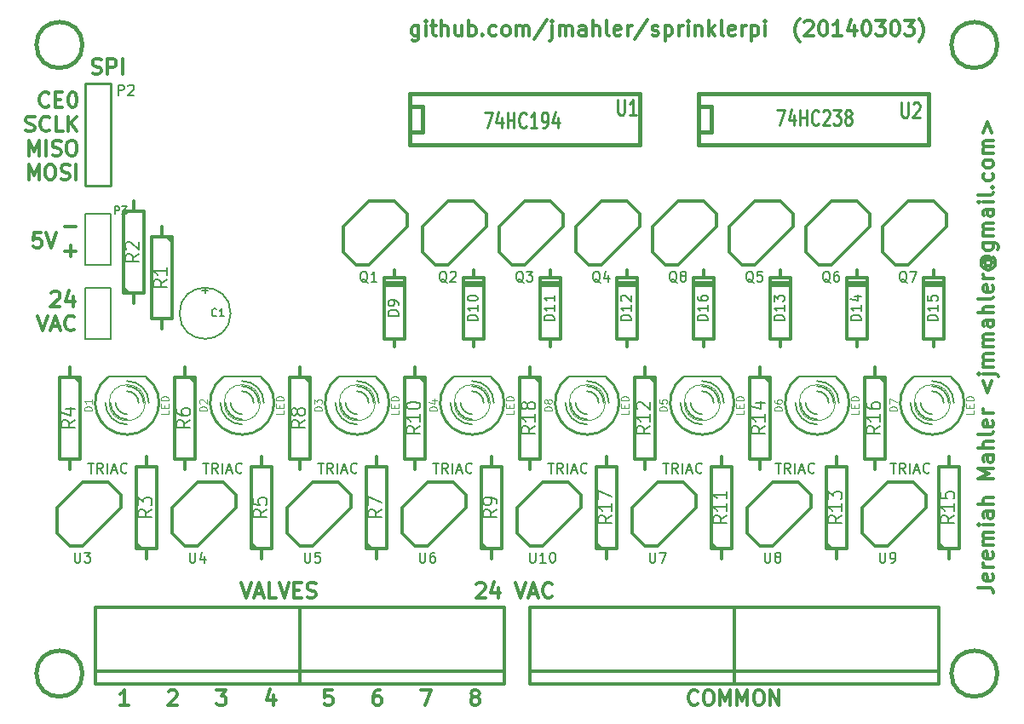
<source format=gto>
G04 (created by PCBNEW (2013-jul-07)-stable) date Mon 03 Mar 2014 07:36:54 PM PST*
%MOIN*%
G04 Gerber Fmt 3.4, Leading zero omitted, Abs format*
%FSLAX34Y34*%
G01*
G70*
G90*
G04 APERTURE LIST*
%ADD10C,0.00590551*%
%ADD11C,0.011811*%
%ADD12C,0.012*%
%ADD13C,0.01*%
%ADD14C,0.006*%
%ADD15C,0.008*%
%ADD16C,0.003*%
%ADD17C,0.015*%
%ADD18C,0.005*%
%ADD19C,0.0035*%
%ADD20C,0.01125*%
%ADD21C,0.0075*%
G04 APERTURE END LIST*
G54D10*
G54D11*
X82655Y-55645D02*
X82655Y-56123D01*
X82627Y-56179D01*
X82599Y-56207D01*
X82543Y-56235D01*
X82459Y-56235D01*
X82402Y-56207D01*
X82655Y-56010D02*
X82599Y-56039D01*
X82487Y-56039D01*
X82430Y-56010D01*
X82402Y-55982D01*
X82374Y-55926D01*
X82374Y-55757D01*
X82402Y-55701D01*
X82430Y-55673D01*
X82487Y-55645D01*
X82599Y-55645D01*
X82655Y-55673D01*
X82937Y-56039D02*
X82937Y-55645D01*
X82937Y-55448D02*
X82908Y-55476D01*
X82937Y-55504D01*
X82965Y-55476D01*
X82937Y-55448D01*
X82937Y-55504D01*
X83133Y-55645D02*
X83358Y-55645D01*
X83218Y-55448D02*
X83218Y-55954D01*
X83246Y-56010D01*
X83302Y-56039D01*
X83358Y-56039D01*
X83555Y-56039D02*
X83555Y-55448D01*
X83808Y-56039D02*
X83808Y-55729D01*
X83780Y-55673D01*
X83724Y-55645D01*
X83640Y-55645D01*
X83583Y-55673D01*
X83555Y-55701D01*
X84343Y-55645D02*
X84343Y-56039D01*
X84090Y-55645D02*
X84090Y-55954D01*
X84118Y-56010D01*
X84174Y-56039D01*
X84258Y-56039D01*
X84315Y-56010D01*
X84343Y-55982D01*
X84624Y-56039D02*
X84624Y-55448D01*
X84624Y-55673D02*
X84680Y-55645D01*
X84793Y-55645D01*
X84849Y-55673D01*
X84877Y-55701D01*
X84905Y-55757D01*
X84905Y-55926D01*
X84877Y-55982D01*
X84849Y-56010D01*
X84793Y-56039D01*
X84680Y-56039D01*
X84624Y-56010D01*
X85158Y-55982D02*
X85186Y-56010D01*
X85158Y-56039D01*
X85130Y-56010D01*
X85158Y-55982D01*
X85158Y-56039D01*
X85693Y-56010D02*
X85636Y-56039D01*
X85524Y-56039D01*
X85468Y-56010D01*
X85439Y-55982D01*
X85411Y-55926D01*
X85411Y-55757D01*
X85439Y-55701D01*
X85468Y-55673D01*
X85524Y-55645D01*
X85636Y-55645D01*
X85693Y-55673D01*
X86030Y-56039D02*
X85974Y-56010D01*
X85946Y-55982D01*
X85917Y-55926D01*
X85917Y-55757D01*
X85946Y-55701D01*
X85974Y-55673D01*
X86030Y-55645D01*
X86114Y-55645D01*
X86171Y-55673D01*
X86199Y-55701D01*
X86227Y-55757D01*
X86227Y-55926D01*
X86199Y-55982D01*
X86171Y-56010D01*
X86114Y-56039D01*
X86030Y-56039D01*
X86480Y-56039D02*
X86480Y-55645D01*
X86480Y-55701D02*
X86508Y-55673D01*
X86564Y-55645D01*
X86649Y-55645D01*
X86705Y-55673D01*
X86733Y-55729D01*
X86733Y-56039D01*
X86733Y-55729D02*
X86761Y-55673D01*
X86817Y-55645D01*
X86902Y-55645D01*
X86958Y-55673D01*
X86986Y-55729D01*
X86986Y-56039D01*
X87689Y-55420D02*
X87183Y-56179D01*
X87886Y-55645D02*
X87886Y-56151D01*
X87858Y-56207D01*
X87802Y-56235D01*
X87774Y-56235D01*
X87886Y-55448D02*
X87858Y-55476D01*
X87886Y-55504D01*
X87914Y-55476D01*
X87886Y-55448D01*
X87886Y-55504D01*
X88167Y-56039D02*
X88167Y-55645D01*
X88167Y-55701D02*
X88195Y-55673D01*
X88252Y-55645D01*
X88336Y-55645D01*
X88392Y-55673D01*
X88420Y-55729D01*
X88420Y-56039D01*
X88420Y-55729D02*
X88448Y-55673D01*
X88505Y-55645D01*
X88589Y-55645D01*
X88645Y-55673D01*
X88673Y-55729D01*
X88673Y-56039D01*
X89208Y-56039D02*
X89208Y-55729D01*
X89180Y-55673D01*
X89123Y-55645D01*
X89011Y-55645D01*
X88955Y-55673D01*
X89208Y-56010D02*
X89151Y-56039D01*
X89011Y-56039D01*
X88955Y-56010D01*
X88926Y-55954D01*
X88926Y-55898D01*
X88955Y-55842D01*
X89011Y-55814D01*
X89151Y-55814D01*
X89208Y-55785D01*
X89489Y-56039D02*
X89489Y-55448D01*
X89742Y-56039D02*
X89742Y-55729D01*
X89714Y-55673D01*
X89658Y-55645D01*
X89573Y-55645D01*
X89517Y-55673D01*
X89489Y-55701D01*
X90108Y-56039D02*
X90051Y-56010D01*
X90023Y-55954D01*
X90023Y-55448D01*
X90558Y-56010D02*
X90501Y-56039D01*
X90389Y-56039D01*
X90333Y-56010D01*
X90304Y-55954D01*
X90304Y-55729D01*
X90333Y-55673D01*
X90389Y-55645D01*
X90501Y-55645D01*
X90558Y-55673D01*
X90586Y-55729D01*
X90586Y-55785D01*
X90304Y-55842D01*
X90839Y-56039D02*
X90839Y-55645D01*
X90839Y-55757D02*
X90867Y-55701D01*
X90895Y-55673D01*
X90951Y-55645D01*
X91007Y-55645D01*
X91626Y-55420D02*
X91120Y-56179D01*
X91795Y-56010D02*
X91851Y-56039D01*
X91964Y-56039D01*
X92020Y-56010D01*
X92048Y-55954D01*
X92048Y-55926D01*
X92020Y-55870D01*
X91964Y-55842D01*
X91879Y-55842D01*
X91823Y-55814D01*
X91795Y-55757D01*
X91795Y-55729D01*
X91823Y-55673D01*
X91879Y-55645D01*
X91964Y-55645D01*
X92020Y-55673D01*
X92301Y-55645D02*
X92301Y-56235D01*
X92301Y-55673D02*
X92357Y-55645D01*
X92470Y-55645D01*
X92526Y-55673D01*
X92554Y-55701D01*
X92582Y-55757D01*
X92582Y-55926D01*
X92554Y-55982D01*
X92526Y-56010D01*
X92470Y-56039D01*
X92357Y-56039D01*
X92301Y-56010D01*
X92835Y-56039D02*
X92835Y-55645D01*
X92835Y-55757D02*
X92864Y-55701D01*
X92892Y-55673D01*
X92948Y-55645D01*
X93004Y-55645D01*
X93201Y-56039D02*
X93201Y-55645D01*
X93201Y-55448D02*
X93173Y-55476D01*
X93201Y-55504D01*
X93229Y-55476D01*
X93201Y-55448D01*
X93201Y-55504D01*
X93482Y-55645D02*
X93482Y-56039D01*
X93482Y-55701D02*
X93510Y-55673D01*
X93567Y-55645D01*
X93651Y-55645D01*
X93707Y-55673D01*
X93735Y-55729D01*
X93735Y-56039D01*
X94016Y-56039D02*
X94016Y-55448D01*
X94073Y-55814D02*
X94241Y-56039D01*
X94241Y-55645D02*
X94016Y-55870D01*
X94579Y-56039D02*
X94523Y-56010D01*
X94495Y-55954D01*
X94495Y-55448D01*
X95029Y-56010D02*
X94973Y-56039D01*
X94860Y-56039D01*
X94804Y-56010D01*
X94776Y-55954D01*
X94776Y-55729D01*
X94804Y-55673D01*
X94860Y-55645D01*
X94973Y-55645D01*
X95029Y-55673D01*
X95057Y-55729D01*
X95057Y-55785D01*
X94776Y-55842D01*
X95310Y-56039D02*
X95310Y-55645D01*
X95310Y-55757D02*
X95338Y-55701D01*
X95366Y-55673D01*
X95423Y-55645D01*
X95479Y-55645D01*
X95676Y-55645D02*
X95676Y-56235D01*
X95676Y-55673D02*
X95732Y-55645D01*
X95844Y-55645D01*
X95901Y-55673D01*
X95929Y-55701D01*
X95957Y-55757D01*
X95957Y-55926D01*
X95929Y-55982D01*
X95901Y-56010D01*
X95844Y-56039D01*
X95732Y-56039D01*
X95676Y-56010D01*
X96210Y-56039D02*
X96210Y-55645D01*
X96210Y-55448D02*
X96182Y-55476D01*
X96210Y-55504D01*
X96238Y-55476D01*
X96210Y-55448D01*
X96210Y-55504D01*
X97560Y-56264D02*
X97532Y-56235D01*
X97475Y-56151D01*
X97447Y-56095D01*
X97419Y-56010D01*
X97391Y-55870D01*
X97391Y-55757D01*
X97419Y-55617D01*
X97447Y-55532D01*
X97475Y-55476D01*
X97532Y-55392D01*
X97560Y-55364D01*
X97757Y-55504D02*
X97785Y-55476D01*
X97841Y-55448D01*
X97982Y-55448D01*
X98038Y-55476D01*
X98066Y-55504D01*
X98094Y-55560D01*
X98094Y-55617D01*
X98066Y-55701D01*
X97729Y-56039D01*
X98094Y-56039D01*
X98460Y-55448D02*
X98516Y-55448D01*
X98572Y-55476D01*
X98600Y-55504D01*
X98628Y-55560D01*
X98657Y-55673D01*
X98657Y-55814D01*
X98628Y-55926D01*
X98600Y-55982D01*
X98572Y-56010D01*
X98516Y-56039D01*
X98460Y-56039D01*
X98403Y-56010D01*
X98375Y-55982D01*
X98347Y-55926D01*
X98319Y-55814D01*
X98319Y-55673D01*
X98347Y-55560D01*
X98375Y-55504D01*
X98403Y-55476D01*
X98460Y-55448D01*
X99219Y-56039D02*
X98882Y-56039D01*
X99050Y-56039D02*
X99050Y-55448D01*
X98994Y-55532D01*
X98938Y-55589D01*
X98882Y-55617D01*
X99725Y-55645D02*
X99725Y-56039D01*
X99585Y-55420D02*
X99444Y-55842D01*
X99810Y-55842D01*
X100147Y-55448D02*
X100203Y-55448D01*
X100259Y-55476D01*
X100288Y-55504D01*
X100316Y-55560D01*
X100344Y-55673D01*
X100344Y-55814D01*
X100316Y-55926D01*
X100288Y-55982D01*
X100259Y-56010D01*
X100203Y-56039D01*
X100147Y-56039D01*
X100091Y-56010D01*
X100063Y-55982D01*
X100034Y-55926D01*
X100006Y-55814D01*
X100006Y-55673D01*
X100034Y-55560D01*
X100063Y-55504D01*
X100091Y-55476D01*
X100147Y-55448D01*
X100541Y-55448D02*
X100906Y-55448D01*
X100709Y-55673D01*
X100794Y-55673D01*
X100850Y-55701D01*
X100878Y-55729D01*
X100906Y-55785D01*
X100906Y-55926D01*
X100878Y-55982D01*
X100850Y-56010D01*
X100794Y-56039D01*
X100625Y-56039D01*
X100569Y-56010D01*
X100541Y-55982D01*
X101272Y-55448D02*
X101328Y-55448D01*
X101384Y-55476D01*
X101412Y-55504D01*
X101441Y-55560D01*
X101469Y-55673D01*
X101469Y-55814D01*
X101441Y-55926D01*
X101412Y-55982D01*
X101384Y-56010D01*
X101328Y-56039D01*
X101272Y-56039D01*
X101216Y-56010D01*
X101187Y-55982D01*
X101159Y-55926D01*
X101131Y-55814D01*
X101131Y-55673D01*
X101159Y-55560D01*
X101187Y-55504D01*
X101216Y-55476D01*
X101272Y-55448D01*
X101666Y-55448D02*
X102031Y-55448D01*
X101834Y-55673D01*
X101919Y-55673D01*
X101975Y-55701D01*
X102003Y-55729D01*
X102031Y-55785D01*
X102031Y-55926D01*
X102003Y-55982D01*
X101975Y-56010D01*
X101919Y-56039D01*
X101750Y-56039D01*
X101694Y-56010D01*
X101666Y-55982D01*
X102228Y-56264D02*
X102256Y-56235D01*
X102312Y-56151D01*
X102340Y-56095D01*
X102369Y-56010D01*
X102397Y-55870D01*
X102397Y-55757D01*
X102369Y-55617D01*
X102340Y-55532D01*
X102312Y-55476D01*
X102256Y-55392D01*
X102228Y-55364D01*
X67887Y-63748D02*
X67606Y-63748D01*
X67578Y-64029D01*
X67606Y-64001D01*
X67662Y-63973D01*
X67803Y-63973D01*
X67859Y-64001D01*
X67887Y-64029D01*
X67915Y-64085D01*
X67915Y-64226D01*
X67887Y-64282D01*
X67859Y-64310D01*
X67803Y-64339D01*
X67662Y-64339D01*
X67606Y-64310D01*
X67578Y-64282D01*
X68084Y-63748D02*
X68281Y-64339D01*
X68478Y-63748D01*
X68190Y-58782D02*
X68162Y-58810D01*
X68078Y-58839D01*
X68022Y-58839D01*
X67937Y-58810D01*
X67881Y-58754D01*
X67853Y-58698D01*
X67825Y-58585D01*
X67825Y-58501D01*
X67853Y-58389D01*
X67881Y-58332D01*
X67937Y-58276D01*
X68022Y-58248D01*
X68078Y-58248D01*
X68162Y-58276D01*
X68190Y-58304D01*
X68443Y-58529D02*
X68640Y-58529D01*
X68725Y-58839D02*
X68443Y-58839D01*
X68443Y-58248D01*
X68725Y-58248D01*
X69090Y-58248D02*
X69146Y-58248D01*
X69203Y-58276D01*
X69231Y-58304D01*
X69259Y-58360D01*
X69287Y-58473D01*
X69287Y-58614D01*
X69259Y-58726D01*
X69231Y-58782D01*
X69203Y-58810D01*
X69146Y-58839D01*
X69090Y-58839D01*
X69034Y-58810D01*
X69006Y-58782D01*
X68978Y-58726D01*
X68950Y-58614D01*
X68950Y-58473D01*
X68978Y-58360D01*
X69006Y-58304D01*
X69034Y-58276D01*
X69090Y-58248D01*
X67290Y-59755D02*
X67375Y-59783D01*
X67515Y-59783D01*
X67572Y-59755D01*
X67600Y-59727D01*
X67628Y-59671D01*
X67628Y-59615D01*
X67600Y-59558D01*
X67572Y-59530D01*
X67515Y-59502D01*
X67403Y-59474D01*
X67347Y-59446D01*
X67319Y-59418D01*
X67290Y-59362D01*
X67290Y-59305D01*
X67319Y-59249D01*
X67347Y-59221D01*
X67403Y-59193D01*
X67543Y-59193D01*
X67628Y-59221D01*
X68218Y-59727D02*
X68190Y-59755D01*
X68106Y-59783D01*
X68050Y-59783D01*
X67965Y-59755D01*
X67909Y-59699D01*
X67881Y-59643D01*
X67853Y-59530D01*
X67853Y-59446D01*
X67881Y-59333D01*
X67909Y-59277D01*
X67965Y-59221D01*
X68050Y-59193D01*
X68106Y-59193D01*
X68190Y-59221D01*
X68218Y-59249D01*
X68753Y-59783D02*
X68471Y-59783D01*
X68471Y-59193D01*
X68950Y-59783D02*
X68950Y-59193D01*
X69287Y-59783D02*
X69034Y-59446D01*
X69287Y-59193D02*
X68950Y-59530D01*
X67403Y-60728D02*
X67403Y-60138D01*
X67600Y-60560D01*
X67797Y-60138D01*
X67797Y-60728D01*
X68078Y-60728D02*
X68078Y-60138D01*
X68331Y-60700D02*
X68415Y-60728D01*
X68556Y-60728D01*
X68612Y-60700D01*
X68640Y-60672D01*
X68668Y-60616D01*
X68668Y-60560D01*
X68640Y-60503D01*
X68612Y-60475D01*
X68556Y-60447D01*
X68443Y-60419D01*
X68387Y-60391D01*
X68359Y-60363D01*
X68331Y-60306D01*
X68331Y-60250D01*
X68359Y-60194D01*
X68387Y-60166D01*
X68443Y-60138D01*
X68584Y-60138D01*
X68668Y-60166D01*
X69034Y-60138D02*
X69146Y-60138D01*
X69203Y-60166D01*
X69259Y-60222D01*
X69287Y-60335D01*
X69287Y-60531D01*
X69259Y-60644D01*
X69203Y-60700D01*
X69146Y-60728D01*
X69034Y-60728D01*
X68978Y-60700D01*
X68921Y-60644D01*
X68893Y-60531D01*
X68893Y-60335D01*
X68921Y-60222D01*
X68978Y-60166D01*
X69034Y-60138D01*
X67403Y-61673D02*
X67403Y-61083D01*
X67600Y-61504D01*
X67797Y-61083D01*
X67797Y-61673D01*
X68190Y-61083D02*
X68303Y-61083D01*
X68359Y-61111D01*
X68415Y-61167D01*
X68443Y-61279D01*
X68443Y-61476D01*
X68415Y-61589D01*
X68359Y-61645D01*
X68303Y-61673D01*
X68190Y-61673D01*
X68134Y-61645D01*
X68078Y-61589D01*
X68050Y-61476D01*
X68050Y-61279D01*
X68078Y-61167D01*
X68134Y-61111D01*
X68190Y-61083D01*
X68668Y-61645D02*
X68753Y-61673D01*
X68893Y-61673D01*
X68950Y-61645D01*
X68978Y-61617D01*
X69006Y-61561D01*
X69006Y-61504D01*
X68978Y-61448D01*
X68950Y-61420D01*
X68893Y-61392D01*
X68781Y-61364D01*
X68725Y-61336D01*
X68696Y-61308D01*
X68668Y-61251D01*
X68668Y-61195D01*
X68696Y-61139D01*
X68725Y-61111D01*
X68781Y-61083D01*
X68921Y-61083D01*
X69006Y-61111D01*
X69259Y-61673D02*
X69259Y-61083D01*
X84923Y-77504D02*
X84951Y-77476D01*
X85007Y-77448D01*
X85148Y-77448D01*
X85204Y-77476D01*
X85232Y-77504D01*
X85261Y-77560D01*
X85261Y-77617D01*
X85232Y-77701D01*
X84895Y-78039D01*
X85261Y-78039D01*
X85767Y-77645D02*
X85767Y-78039D01*
X85626Y-77420D02*
X85486Y-77842D01*
X85851Y-77842D01*
X86442Y-77448D02*
X86639Y-78039D01*
X86835Y-77448D01*
X87004Y-77870D02*
X87285Y-77870D01*
X86948Y-78039D02*
X87145Y-77448D01*
X87342Y-78039D01*
X87876Y-77982D02*
X87848Y-78010D01*
X87763Y-78039D01*
X87707Y-78039D01*
X87623Y-78010D01*
X87567Y-77954D01*
X87538Y-77898D01*
X87510Y-77785D01*
X87510Y-77701D01*
X87538Y-77589D01*
X87567Y-77532D01*
X87623Y-77476D01*
X87707Y-77448D01*
X87763Y-77448D01*
X87848Y-77476D01*
X87876Y-77504D01*
X104548Y-77626D02*
X104970Y-77626D01*
X105054Y-77655D01*
X105110Y-77711D01*
X105139Y-77795D01*
X105139Y-77851D01*
X105110Y-77120D02*
X105139Y-77177D01*
X105139Y-77289D01*
X105110Y-77345D01*
X105054Y-77373D01*
X104829Y-77373D01*
X104773Y-77345D01*
X104745Y-77289D01*
X104745Y-77177D01*
X104773Y-77120D01*
X104829Y-77092D01*
X104885Y-77092D01*
X104942Y-77373D01*
X105139Y-76839D02*
X104745Y-76839D01*
X104857Y-76839D02*
X104801Y-76811D01*
X104773Y-76783D01*
X104745Y-76727D01*
X104745Y-76670D01*
X105110Y-76249D02*
X105139Y-76305D01*
X105139Y-76417D01*
X105110Y-76474D01*
X105054Y-76502D01*
X104829Y-76502D01*
X104773Y-76474D01*
X104745Y-76417D01*
X104745Y-76305D01*
X104773Y-76249D01*
X104829Y-76220D01*
X104885Y-76220D01*
X104942Y-76502D01*
X105139Y-75967D02*
X104745Y-75967D01*
X104801Y-75967D02*
X104773Y-75939D01*
X104745Y-75883D01*
X104745Y-75799D01*
X104773Y-75742D01*
X104829Y-75714D01*
X105139Y-75714D01*
X104829Y-75714D02*
X104773Y-75686D01*
X104745Y-75630D01*
X104745Y-75546D01*
X104773Y-75489D01*
X104829Y-75461D01*
X105139Y-75461D01*
X105139Y-75180D02*
X104745Y-75180D01*
X104548Y-75180D02*
X104576Y-75208D01*
X104604Y-75180D01*
X104576Y-75152D01*
X104548Y-75180D01*
X104604Y-75180D01*
X105139Y-74646D02*
X104829Y-74646D01*
X104773Y-74674D01*
X104745Y-74730D01*
X104745Y-74842D01*
X104773Y-74899D01*
X105110Y-74646D02*
X105139Y-74702D01*
X105139Y-74842D01*
X105110Y-74899D01*
X105054Y-74927D01*
X104998Y-74927D01*
X104942Y-74899D01*
X104914Y-74842D01*
X104914Y-74702D01*
X104885Y-74646D01*
X105139Y-74364D02*
X104548Y-74364D01*
X105139Y-74111D02*
X104829Y-74111D01*
X104773Y-74139D01*
X104745Y-74196D01*
X104745Y-74280D01*
X104773Y-74336D01*
X104801Y-74364D01*
X105139Y-73380D02*
X104548Y-73380D01*
X104970Y-73183D01*
X104548Y-72986D01*
X105139Y-72986D01*
X105139Y-72452D02*
X104829Y-72452D01*
X104773Y-72480D01*
X104745Y-72537D01*
X104745Y-72649D01*
X104773Y-72705D01*
X105110Y-72452D02*
X105139Y-72508D01*
X105139Y-72649D01*
X105110Y-72705D01*
X105054Y-72733D01*
X104998Y-72733D01*
X104942Y-72705D01*
X104914Y-72649D01*
X104914Y-72508D01*
X104885Y-72452D01*
X105139Y-72171D02*
X104548Y-72171D01*
X105139Y-71918D02*
X104829Y-71918D01*
X104773Y-71946D01*
X104745Y-72002D01*
X104745Y-72087D01*
X104773Y-72143D01*
X104801Y-72171D01*
X105139Y-71552D02*
X105110Y-71608D01*
X105054Y-71637D01*
X104548Y-71637D01*
X105110Y-71102D02*
X105139Y-71159D01*
X105139Y-71271D01*
X105110Y-71327D01*
X105054Y-71355D01*
X104829Y-71355D01*
X104773Y-71327D01*
X104745Y-71271D01*
X104745Y-71159D01*
X104773Y-71102D01*
X104829Y-71074D01*
X104885Y-71074D01*
X104942Y-71355D01*
X105139Y-70821D02*
X104745Y-70821D01*
X104857Y-70821D02*
X104801Y-70793D01*
X104773Y-70765D01*
X104745Y-70709D01*
X104745Y-70652D01*
X104745Y-69556D02*
X104914Y-70006D01*
X105082Y-69556D01*
X104745Y-69274D02*
X105251Y-69274D01*
X105307Y-69303D01*
X105335Y-69359D01*
X105335Y-69387D01*
X104548Y-69274D02*
X104576Y-69303D01*
X104604Y-69274D01*
X104576Y-69246D01*
X104548Y-69274D01*
X104604Y-69274D01*
X105139Y-68993D02*
X104745Y-68993D01*
X104801Y-68993D02*
X104773Y-68965D01*
X104745Y-68909D01*
X104745Y-68824D01*
X104773Y-68768D01*
X104829Y-68740D01*
X105139Y-68740D01*
X104829Y-68740D02*
X104773Y-68712D01*
X104745Y-68656D01*
X104745Y-68571D01*
X104773Y-68515D01*
X104829Y-68487D01*
X105139Y-68487D01*
X105139Y-68206D02*
X104745Y-68206D01*
X104801Y-68206D02*
X104773Y-68178D01*
X104745Y-68121D01*
X104745Y-68037D01*
X104773Y-67981D01*
X104829Y-67953D01*
X105139Y-67953D01*
X104829Y-67953D02*
X104773Y-67925D01*
X104745Y-67868D01*
X104745Y-67784D01*
X104773Y-67728D01*
X104829Y-67700D01*
X105139Y-67700D01*
X105139Y-67165D02*
X104829Y-67165D01*
X104773Y-67193D01*
X104745Y-67250D01*
X104745Y-67362D01*
X104773Y-67418D01*
X105110Y-67165D02*
X105139Y-67222D01*
X105139Y-67362D01*
X105110Y-67418D01*
X105054Y-67447D01*
X104998Y-67447D01*
X104942Y-67418D01*
X104914Y-67362D01*
X104914Y-67222D01*
X104885Y-67165D01*
X105139Y-66884D02*
X104548Y-66884D01*
X105139Y-66631D02*
X104829Y-66631D01*
X104773Y-66659D01*
X104745Y-66715D01*
X104745Y-66800D01*
X104773Y-66856D01*
X104801Y-66884D01*
X105139Y-66265D02*
X105110Y-66322D01*
X105054Y-66350D01*
X104548Y-66350D01*
X105110Y-65815D02*
X105139Y-65872D01*
X105139Y-65984D01*
X105110Y-66040D01*
X105054Y-66069D01*
X104829Y-66069D01*
X104773Y-66040D01*
X104745Y-65984D01*
X104745Y-65872D01*
X104773Y-65815D01*
X104829Y-65787D01*
X104885Y-65787D01*
X104942Y-66069D01*
X105139Y-65534D02*
X104745Y-65534D01*
X104857Y-65534D02*
X104801Y-65506D01*
X104773Y-65478D01*
X104745Y-65422D01*
X104745Y-65366D01*
X104857Y-64803D02*
X104829Y-64831D01*
X104801Y-64887D01*
X104801Y-64944D01*
X104829Y-65000D01*
X104857Y-65028D01*
X104914Y-65056D01*
X104970Y-65056D01*
X105026Y-65028D01*
X105054Y-65000D01*
X105082Y-64944D01*
X105082Y-64887D01*
X105054Y-64831D01*
X105026Y-64803D01*
X104801Y-64803D02*
X105026Y-64803D01*
X105054Y-64775D01*
X105054Y-64747D01*
X105026Y-64691D01*
X104970Y-64662D01*
X104829Y-64662D01*
X104745Y-64719D01*
X104689Y-64803D01*
X104660Y-64916D01*
X104689Y-65028D01*
X104745Y-65112D01*
X104829Y-65169D01*
X104942Y-65197D01*
X105054Y-65169D01*
X105139Y-65112D01*
X105195Y-65028D01*
X105223Y-64916D01*
X105195Y-64803D01*
X105139Y-64719D01*
X104745Y-64156D02*
X105223Y-64156D01*
X105279Y-64184D01*
X105307Y-64213D01*
X105335Y-64269D01*
X105335Y-64353D01*
X105307Y-64409D01*
X105110Y-64156D02*
X105139Y-64213D01*
X105139Y-64325D01*
X105110Y-64381D01*
X105082Y-64409D01*
X105026Y-64438D01*
X104857Y-64438D01*
X104801Y-64409D01*
X104773Y-64381D01*
X104745Y-64325D01*
X104745Y-64213D01*
X104773Y-64156D01*
X105139Y-63875D02*
X104745Y-63875D01*
X104801Y-63875D02*
X104773Y-63847D01*
X104745Y-63791D01*
X104745Y-63706D01*
X104773Y-63650D01*
X104829Y-63622D01*
X105139Y-63622D01*
X104829Y-63622D02*
X104773Y-63594D01*
X104745Y-63538D01*
X104745Y-63453D01*
X104773Y-63397D01*
X104829Y-63369D01*
X105139Y-63369D01*
X105139Y-62835D02*
X104829Y-62835D01*
X104773Y-62863D01*
X104745Y-62919D01*
X104745Y-63031D01*
X104773Y-63088D01*
X105110Y-62835D02*
X105139Y-62891D01*
X105139Y-63031D01*
X105110Y-63088D01*
X105054Y-63116D01*
X104998Y-63116D01*
X104942Y-63088D01*
X104914Y-63031D01*
X104914Y-62891D01*
X104885Y-62835D01*
X105139Y-62553D02*
X104745Y-62553D01*
X104548Y-62553D02*
X104576Y-62582D01*
X104604Y-62553D01*
X104576Y-62525D01*
X104548Y-62553D01*
X104604Y-62553D01*
X105139Y-62188D02*
X105110Y-62244D01*
X105054Y-62272D01*
X104548Y-62272D01*
X105082Y-61963D02*
X105110Y-61935D01*
X105139Y-61963D01*
X105110Y-61991D01*
X105082Y-61963D01*
X105139Y-61963D01*
X105110Y-61429D02*
X105139Y-61485D01*
X105139Y-61597D01*
X105110Y-61653D01*
X105082Y-61682D01*
X105026Y-61710D01*
X104857Y-61710D01*
X104801Y-61682D01*
X104773Y-61653D01*
X104745Y-61597D01*
X104745Y-61485D01*
X104773Y-61429D01*
X105139Y-61091D02*
X105110Y-61147D01*
X105082Y-61175D01*
X105026Y-61204D01*
X104857Y-61204D01*
X104801Y-61175D01*
X104773Y-61147D01*
X104745Y-61091D01*
X104745Y-61007D01*
X104773Y-60950D01*
X104801Y-60922D01*
X104857Y-60894D01*
X105026Y-60894D01*
X105082Y-60922D01*
X105110Y-60950D01*
X105139Y-61007D01*
X105139Y-61091D01*
X105139Y-60641D02*
X104745Y-60641D01*
X104801Y-60641D02*
X104773Y-60613D01*
X104745Y-60557D01*
X104745Y-60472D01*
X104773Y-60416D01*
X104829Y-60388D01*
X105139Y-60388D01*
X104829Y-60388D02*
X104773Y-60360D01*
X104745Y-60304D01*
X104745Y-60219D01*
X104773Y-60163D01*
X104829Y-60135D01*
X105139Y-60135D01*
X104745Y-59854D02*
X104914Y-59404D01*
X105082Y-59854D01*
X69895Y-57510D02*
X69979Y-57539D01*
X70120Y-57539D01*
X70176Y-57510D01*
X70204Y-57482D01*
X70232Y-57426D01*
X70232Y-57370D01*
X70204Y-57314D01*
X70176Y-57285D01*
X70120Y-57257D01*
X70007Y-57229D01*
X69951Y-57201D01*
X69923Y-57173D01*
X69895Y-57117D01*
X69895Y-57060D01*
X69923Y-57004D01*
X69951Y-56976D01*
X70007Y-56948D01*
X70148Y-56948D01*
X70232Y-56976D01*
X70485Y-57539D02*
X70485Y-56948D01*
X70710Y-56948D01*
X70767Y-56976D01*
X70795Y-57004D01*
X70823Y-57060D01*
X70823Y-57145D01*
X70795Y-57201D01*
X70767Y-57229D01*
X70710Y-57257D01*
X70485Y-57257D01*
X71076Y-57539D02*
X71076Y-56948D01*
X68287Y-66104D02*
X68315Y-66076D01*
X68371Y-66048D01*
X68512Y-66048D01*
X68568Y-66076D01*
X68596Y-66104D01*
X68625Y-66160D01*
X68625Y-66217D01*
X68596Y-66301D01*
X68259Y-66639D01*
X68625Y-66639D01*
X69131Y-66245D02*
X69131Y-66639D01*
X68990Y-66020D02*
X68850Y-66442D01*
X69215Y-66442D01*
X67753Y-66993D02*
X67950Y-67583D01*
X68147Y-66993D01*
X68315Y-67415D02*
X68596Y-67415D01*
X68259Y-67583D02*
X68456Y-66993D01*
X68653Y-67583D01*
X69187Y-67527D02*
X69159Y-67555D01*
X69075Y-67583D01*
X69018Y-67583D01*
X68934Y-67555D01*
X68878Y-67499D01*
X68850Y-67443D01*
X68821Y-67330D01*
X68821Y-67246D01*
X68850Y-67133D01*
X68878Y-67077D01*
X68934Y-67021D01*
X69018Y-66993D01*
X69075Y-66993D01*
X69159Y-67021D01*
X69187Y-67049D01*
X93579Y-82182D02*
X93551Y-82210D01*
X93467Y-82239D01*
X93411Y-82239D01*
X93326Y-82210D01*
X93270Y-82154D01*
X93242Y-82098D01*
X93214Y-81985D01*
X93214Y-81901D01*
X93242Y-81789D01*
X93270Y-81732D01*
X93326Y-81676D01*
X93411Y-81648D01*
X93467Y-81648D01*
X93551Y-81676D01*
X93579Y-81704D01*
X93945Y-81648D02*
X94057Y-81648D01*
X94114Y-81676D01*
X94170Y-81732D01*
X94198Y-81845D01*
X94198Y-82042D01*
X94170Y-82154D01*
X94114Y-82210D01*
X94057Y-82239D01*
X93945Y-82239D01*
X93889Y-82210D01*
X93832Y-82154D01*
X93804Y-82042D01*
X93804Y-81845D01*
X93832Y-81732D01*
X93889Y-81676D01*
X93945Y-81648D01*
X94451Y-82239D02*
X94451Y-81648D01*
X94648Y-82070D01*
X94845Y-81648D01*
X94845Y-82239D01*
X95126Y-82239D02*
X95126Y-81648D01*
X95323Y-82070D01*
X95520Y-81648D01*
X95520Y-82239D01*
X95913Y-81648D02*
X96026Y-81648D01*
X96082Y-81676D01*
X96138Y-81732D01*
X96167Y-81845D01*
X96167Y-82042D01*
X96138Y-82154D01*
X96082Y-82210D01*
X96026Y-82239D01*
X95913Y-82239D01*
X95857Y-82210D01*
X95801Y-82154D01*
X95773Y-82042D01*
X95773Y-81845D01*
X95801Y-81732D01*
X95857Y-81676D01*
X95913Y-81648D01*
X96420Y-82239D02*
X96420Y-81648D01*
X96757Y-82239D01*
X96757Y-81648D01*
X75709Y-77448D02*
X75906Y-78039D01*
X76103Y-77448D01*
X76271Y-77870D02*
X76553Y-77870D01*
X76215Y-78039D02*
X76412Y-77448D01*
X76609Y-78039D01*
X77087Y-78039D02*
X76806Y-78039D01*
X76806Y-77448D01*
X77200Y-77448D02*
X77396Y-78039D01*
X77593Y-77448D01*
X77790Y-77729D02*
X77987Y-77729D01*
X78071Y-78039D02*
X77790Y-78039D01*
X77790Y-77448D01*
X78071Y-77448D01*
X78296Y-78010D02*
X78381Y-78039D01*
X78521Y-78039D01*
X78577Y-78010D01*
X78606Y-77982D01*
X78634Y-77926D01*
X78634Y-77870D01*
X78606Y-77814D01*
X78577Y-77785D01*
X78521Y-77757D01*
X78409Y-77729D01*
X78352Y-77701D01*
X78324Y-77673D01*
X78296Y-77617D01*
X78296Y-77560D01*
X78324Y-77504D01*
X78352Y-77476D01*
X78409Y-77448D01*
X78549Y-77448D01*
X78634Y-77476D01*
X71300Y-82239D02*
X70962Y-82239D01*
X71131Y-82239D02*
X71131Y-81648D01*
X71075Y-81732D01*
X71019Y-81789D01*
X70962Y-81817D01*
X72875Y-81704D02*
X72903Y-81676D01*
X72959Y-81648D01*
X73100Y-81648D01*
X73156Y-81676D01*
X73184Y-81704D01*
X73212Y-81760D01*
X73212Y-81817D01*
X73184Y-81901D01*
X72847Y-82239D01*
X73212Y-82239D01*
X74759Y-81648D02*
X75124Y-81648D01*
X74928Y-81873D01*
X75012Y-81873D01*
X75068Y-81901D01*
X75096Y-81929D01*
X75124Y-81985D01*
X75124Y-82126D01*
X75096Y-82182D01*
X75068Y-82210D01*
X75012Y-82239D01*
X74843Y-82239D01*
X74787Y-82210D01*
X74759Y-82182D01*
X76980Y-81845D02*
X76980Y-82239D01*
X76840Y-81620D02*
X76699Y-82042D01*
X77065Y-82042D01*
X79272Y-81648D02*
X78991Y-81648D01*
X78962Y-81929D01*
X78991Y-81901D01*
X79047Y-81873D01*
X79187Y-81873D01*
X79244Y-81901D01*
X79272Y-81929D01*
X79300Y-81985D01*
X79300Y-82126D01*
X79272Y-82182D01*
X79244Y-82210D01*
X79187Y-82239D01*
X79047Y-82239D01*
X78991Y-82210D01*
X78962Y-82182D01*
X81156Y-81648D02*
X81043Y-81648D01*
X80987Y-81676D01*
X80959Y-81704D01*
X80903Y-81789D01*
X80875Y-81901D01*
X80875Y-82126D01*
X80903Y-82182D01*
X80931Y-82210D01*
X80987Y-82239D01*
X81100Y-82239D01*
X81156Y-82210D01*
X81184Y-82182D01*
X81212Y-82126D01*
X81212Y-81985D01*
X81184Y-81929D01*
X81156Y-81901D01*
X81100Y-81873D01*
X80987Y-81873D01*
X80931Y-81901D01*
X80903Y-81929D01*
X80875Y-81985D01*
X82759Y-81648D02*
X83152Y-81648D01*
X82899Y-82239D01*
X84812Y-81901D02*
X84755Y-81873D01*
X84727Y-81845D01*
X84699Y-81789D01*
X84699Y-81760D01*
X84727Y-81704D01*
X84755Y-81676D01*
X84812Y-81648D01*
X84924Y-81648D01*
X84980Y-81676D01*
X85008Y-81704D01*
X85037Y-81760D01*
X85037Y-81789D01*
X85008Y-81845D01*
X84980Y-81873D01*
X84924Y-81901D01*
X84812Y-81901D01*
X84755Y-81929D01*
X84727Y-81957D01*
X84699Y-82014D01*
X84699Y-82126D01*
X84727Y-82182D01*
X84755Y-82210D01*
X84812Y-82239D01*
X84924Y-82239D01*
X84980Y-82210D01*
X85008Y-82182D01*
X85037Y-82126D01*
X85037Y-82014D01*
X85008Y-81957D01*
X84980Y-81929D01*
X84924Y-81901D01*
X68809Y-63514D02*
X69259Y-63514D01*
X68809Y-64458D02*
X69259Y-64458D01*
X69034Y-64683D02*
X69034Y-64233D01*
G54D12*
X92800Y-65000D02*
X94300Y-63500D01*
X94300Y-63500D02*
X94300Y-63000D01*
X94300Y-63000D02*
X93800Y-62500D01*
X93800Y-62500D02*
X92800Y-62500D01*
X92800Y-62500D02*
X91800Y-63500D01*
X91800Y-63500D02*
X91800Y-64500D01*
X91800Y-64500D02*
X92300Y-65000D01*
X92300Y-65000D02*
X92800Y-65000D01*
X101800Y-65000D02*
X103300Y-63500D01*
X103300Y-63500D02*
X103300Y-63000D01*
X103300Y-63000D02*
X102800Y-62500D01*
X102800Y-62500D02*
X101800Y-62500D01*
X101800Y-62500D02*
X100800Y-63500D01*
X100800Y-63500D02*
X100800Y-64500D01*
X100800Y-64500D02*
X101300Y-65000D01*
X101300Y-65000D02*
X101800Y-65000D01*
X98800Y-65000D02*
X100300Y-63500D01*
X100300Y-63500D02*
X100300Y-63000D01*
X100300Y-63000D02*
X99800Y-62500D01*
X99800Y-62500D02*
X98800Y-62500D01*
X98800Y-62500D02*
X97800Y-63500D01*
X97800Y-63500D02*
X97800Y-64500D01*
X97800Y-64500D02*
X98300Y-65000D01*
X98300Y-65000D02*
X98800Y-65000D01*
X95800Y-65000D02*
X97300Y-63500D01*
X97300Y-63500D02*
X97300Y-63000D01*
X97300Y-63000D02*
X96800Y-62500D01*
X96800Y-62500D02*
X95800Y-62500D01*
X95800Y-62500D02*
X94800Y-63500D01*
X94800Y-63500D02*
X94800Y-64500D01*
X94800Y-64500D02*
X95300Y-65000D01*
X95300Y-65000D02*
X95800Y-65000D01*
X89800Y-65000D02*
X91300Y-63500D01*
X91300Y-63500D02*
X91300Y-63000D01*
X91300Y-63000D02*
X90800Y-62500D01*
X90800Y-62500D02*
X89800Y-62500D01*
X89800Y-62500D02*
X88800Y-63500D01*
X88800Y-63500D02*
X88800Y-64500D01*
X88800Y-64500D02*
X89300Y-65000D01*
X89300Y-65000D02*
X89800Y-65000D01*
X86800Y-65000D02*
X88300Y-63500D01*
X88300Y-63500D02*
X88300Y-63000D01*
X88300Y-63000D02*
X87800Y-62500D01*
X87800Y-62500D02*
X86800Y-62500D01*
X86800Y-62500D02*
X85800Y-63500D01*
X85800Y-63500D02*
X85800Y-64500D01*
X85800Y-64500D02*
X86300Y-65000D01*
X86300Y-65000D02*
X86800Y-65000D01*
X80700Y-65000D02*
X82200Y-63500D01*
X82200Y-63500D02*
X82200Y-63000D01*
X82200Y-63000D02*
X81700Y-62500D01*
X81700Y-62500D02*
X80700Y-62500D01*
X80700Y-62500D02*
X79700Y-63500D01*
X79700Y-63500D02*
X79700Y-64500D01*
X79700Y-64500D02*
X80200Y-65000D01*
X80200Y-65000D02*
X80700Y-65000D01*
X83800Y-65000D02*
X85300Y-63500D01*
X85300Y-63500D02*
X85300Y-63000D01*
X85300Y-63000D02*
X84800Y-62500D01*
X84800Y-62500D02*
X83800Y-62500D01*
X83800Y-62500D02*
X82800Y-63500D01*
X82800Y-63500D02*
X82800Y-64500D01*
X82800Y-64500D02*
X83300Y-65000D01*
X83300Y-65000D02*
X83800Y-65000D01*
X78500Y-76000D02*
X80000Y-74500D01*
X80000Y-74500D02*
X80000Y-74000D01*
X80000Y-74000D02*
X79500Y-73500D01*
X79500Y-73500D02*
X78500Y-73500D01*
X78500Y-73500D02*
X77500Y-74500D01*
X77500Y-74500D02*
X77500Y-75500D01*
X77500Y-75500D02*
X78000Y-76000D01*
X78000Y-76000D02*
X78500Y-76000D01*
X87500Y-76000D02*
X89000Y-74500D01*
X89000Y-74500D02*
X89000Y-74000D01*
X89000Y-74000D02*
X88500Y-73500D01*
X88500Y-73500D02*
X87500Y-73500D01*
X87500Y-73500D02*
X86500Y-74500D01*
X86500Y-74500D02*
X86500Y-75500D01*
X86500Y-75500D02*
X87000Y-76000D01*
X87000Y-76000D02*
X87500Y-76000D01*
X101000Y-76000D02*
X102500Y-74500D01*
X102500Y-74500D02*
X102500Y-74000D01*
X102500Y-74000D02*
X102000Y-73500D01*
X102000Y-73500D02*
X101000Y-73500D01*
X101000Y-73500D02*
X100000Y-74500D01*
X100000Y-74500D02*
X100000Y-75500D01*
X100000Y-75500D02*
X100500Y-76000D01*
X100500Y-76000D02*
X101000Y-76000D01*
X96500Y-76000D02*
X98000Y-74500D01*
X98000Y-74500D02*
X98000Y-74000D01*
X98000Y-74000D02*
X97500Y-73500D01*
X97500Y-73500D02*
X96500Y-73500D01*
X96500Y-73500D02*
X95500Y-74500D01*
X95500Y-74500D02*
X95500Y-75500D01*
X95500Y-75500D02*
X96000Y-76000D01*
X96000Y-76000D02*
X96500Y-76000D01*
X92000Y-76000D02*
X93500Y-74500D01*
X93500Y-74500D02*
X93500Y-74000D01*
X93500Y-74000D02*
X93000Y-73500D01*
X93000Y-73500D02*
X92000Y-73500D01*
X92000Y-73500D02*
X91000Y-74500D01*
X91000Y-74500D02*
X91000Y-75500D01*
X91000Y-75500D02*
X91500Y-76000D01*
X91500Y-76000D02*
X92000Y-76000D01*
X83000Y-76000D02*
X84500Y-74500D01*
X84500Y-74500D02*
X84500Y-74000D01*
X84500Y-74000D02*
X84000Y-73500D01*
X84000Y-73500D02*
X83000Y-73500D01*
X83000Y-73500D02*
X82000Y-74500D01*
X82000Y-74500D02*
X82000Y-75500D01*
X82000Y-75500D02*
X82500Y-76000D01*
X82500Y-76000D02*
X83000Y-76000D01*
X74000Y-76000D02*
X75500Y-74500D01*
X75500Y-74500D02*
X75500Y-74000D01*
X75500Y-74000D02*
X75000Y-73500D01*
X75000Y-73500D02*
X74000Y-73500D01*
X74000Y-73500D02*
X73000Y-74500D01*
X73000Y-74500D02*
X73000Y-75500D01*
X73000Y-75500D02*
X73500Y-76000D01*
X73500Y-76000D02*
X74000Y-76000D01*
X69500Y-76000D02*
X71000Y-74500D01*
X71000Y-74500D02*
X71000Y-74000D01*
X71000Y-74000D02*
X70500Y-73500D01*
X70500Y-73500D02*
X69500Y-73500D01*
X69500Y-73500D02*
X68500Y-74500D01*
X68500Y-74500D02*
X68500Y-75500D01*
X68500Y-75500D02*
X69000Y-76000D01*
X69000Y-76000D02*
X69500Y-76000D01*
X94500Y-76500D02*
X94500Y-76100D01*
X94500Y-76100D02*
X94100Y-76100D01*
X94100Y-76100D02*
X94100Y-72900D01*
X94100Y-72900D02*
X94900Y-72900D01*
X94900Y-72900D02*
X94900Y-76100D01*
X94900Y-76100D02*
X94500Y-76100D01*
X94300Y-76100D02*
X94100Y-75900D01*
X94500Y-72500D02*
X94500Y-72900D01*
X72600Y-63500D02*
X72600Y-63900D01*
X72600Y-63900D02*
X73000Y-63900D01*
X73000Y-63900D02*
X73000Y-67100D01*
X73000Y-67100D02*
X72200Y-67100D01*
X72200Y-67100D02*
X72200Y-63900D01*
X72200Y-63900D02*
X72600Y-63900D01*
X72800Y-63900D02*
X73000Y-64100D01*
X72600Y-67500D02*
X72600Y-67100D01*
X87000Y-69000D02*
X87000Y-69400D01*
X87000Y-69400D02*
X87400Y-69400D01*
X87400Y-69400D02*
X87400Y-72600D01*
X87400Y-72600D02*
X86600Y-72600D01*
X86600Y-72600D02*
X86600Y-69400D01*
X86600Y-69400D02*
X87000Y-69400D01*
X87200Y-69400D02*
X87400Y-69600D01*
X87000Y-73000D02*
X87000Y-72600D01*
X90000Y-76500D02*
X90000Y-76100D01*
X90000Y-76100D02*
X89600Y-76100D01*
X89600Y-76100D02*
X89600Y-72900D01*
X89600Y-72900D02*
X90400Y-72900D01*
X90400Y-72900D02*
X90400Y-76100D01*
X90400Y-76100D02*
X90000Y-76100D01*
X89800Y-76100D02*
X89600Y-75900D01*
X90000Y-72500D02*
X90000Y-72900D01*
X100500Y-69000D02*
X100500Y-69400D01*
X100500Y-69400D02*
X100900Y-69400D01*
X100900Y-69400D02*
X100900Y-72600D01*
X100900Y-72600D02*
X100100Y-72600D01*
X100100Y-72600D02*
X100100Y-69400D01*
X100100Y-69400D02*
X100500Y-69400D01*
X100700Y-69400D02*
X100900Y-69600D01*
X100500Y-73000D02*
X100500Y-72600D01*
X103400Y-76500D02*
X103400Y-76100D01*
X103400Y-76100D02*
X103000Y-76100D01*
X103000Y-76100D02*
X103000Y-72900D01*
X103000Y-72900D02*
X103800Y-72900D01*
X103800Y-72900D02*
X103800Y-76100D01*
X103800Y-76100D02*
X103400Y-76100D01*
X103200Y-76100D02*
X103000Y-75900D01*
X103400Y-72500D02*
X103400Y-72900D01*
X96000Y-69000D02*
X96000Y-69400D01*
X96000Y-69400D02*
X96400Y-69400D01*
X96400Y-69400D02*
X96400Y-72600D01*
X96400Y-72600D02*
X95600Y-72600D01*
X95600Y-72600D02*
X95600Y-69400D01*
X95600Y-69400D02*
X96000Y-69400D01*
X96200Y-69400D02*
X96400Y-69600D01*
X96000Y-73000D02*
X96000Y-72600D01*
X99000Y-76500D02*
X99000Y-76100D01*
X99000Y-76100D02*
X98600Y-76100D01*
X98600Y-76100D02*
X98600Y-72900D01*
X98600Y-72900D02*
X99400Y-72900D01*
X99400Y-72900D02*
X99400Y-76100D01*
X99400Y-76100D02*
X99000Y-76100D01*
X98800Y-76100D02*
X98600Y-75900D01*
X99000Y-72500D02*
X99000Y-72900D01*
X91500Y-69000D02*
X91500Y-69400D01*
X91500Y-69400D02*
X91900Y-69400D01*
X91900Y-69400D02*
X91900Y-72600D01*
X91900Y-72600D02*
X91100Y-72600D01*
X91100Y-72600D02*
X91100Y-69400D01*
X91100Y-69400D02*
X91500Y-69400D01*
X91700Y-69400D02*
X91900Y-69600D01*
X91500Y-73000D02*
X91500Y-72600D01*
X69000Y-69000D02*
X69000Y-69400D01*
X69000Y-69400D02*
X69400Y-69400D01*
X69400Y-69400D02*
X69400Y-72600D01*
X69400Y-72600D02*
X68600Y-72600D01*
X68600Y-72600D02*
X68600Y-69400D01*
X68600Y-69400D02*
X69000Y-69400D01*
X69200Y-69400D02*
X69400Y-69600D01*
X69000Y-73000D02*
X69000Y-72600D01*
X82500Y-69000D02*
X82500Y-69400D01*
X82500Y-69400D02*
X82900Y-69400D01*
X82900Y-69400D02*
X82900Y-72600D01*
X82900Y-72600D02*
X82100Y-72600D01*
X82100Y-72600D02*
X82100Y-69400D01*
X82100Y-69400D02*
X82500Y-69400D01*
X82700Y-69400D02*
X82900Y-69600D01*
X82500Y-73000D02*
X82500Y-72600D01*
X85500Y-76500D02*
X85500Y-76100D01*
X85500Y-76100D02*
X85100Y-76100D01*
X85100Y-76100D02*
X85100Y-72900D01*
X85100Y-72900D02*
X85900Y-72900D01*
X85900Y-72900D02*
X85900Y-76100D01*
X85900Y-76100D02*
X85500Y-76100D01*
X85300Y-76100D02*
X85100Y-75900D01*
X85500Y-72500D02*
X85500Y-72900D01*
X71500Y-66500D02*
X71500Y-66100D01*
X71500Y-66100D02*
X71100Y-66100D01*
X71100Y-66100D02*
X71100Y-62900D01*
X71100Y-62900D02*
X71900Y-62900D01*
X71900Y-62900D02*
X71900Y-66100D01*
X71900Y-66100D02*
X71500Y-66100D01*
X71300Y-66100D02*
X71100Y-65900D01*
X71500Y-62500D02*
X71500Y-62900D01*
X72000Y-76500D02*
X72000Y-76100D01*
X72000Y-76100D02*
X71600Y-76100D01*
X71600Y-76100D02*
X71600Y-72900D01*
X71600Y-72900D02*
X72400Y-72900D01*
X72400Y-72900D02*
X72400Y-76100D01*
X72400Y-76100D02*
X72000Y-76100D01*
X71800Y-76100D02*
X71600Y-75900D01*
X72000Y-72500D02*
X72000Y-72900D01*
X76500Y-76500D02*
X76500Y-76100D01*
X76500Y-76100D02*
X76100Y-76100D01*
X76100Y-76100D02*
X76100Y-72900D01*
X76100Y-72900D02*
X76900Y-72900D01*
X76900Y-72900D02*
X76900Y-76100D01*
X76900Y-76100D02*
X76500Y-76100D01*
X76300Y-76100D02*
X76100Y-75900D01*
X76500Y-72500D02*
X76500Y-72900D01*
X73500Y-69000D02*
X73500Y-69400D01*
X73500Y-69400D02*
X73900Y-69400D01*
X73900Y-69400D02*
X73900Y-72600D01*
X73900Y-72600D02*
X73100Y-72600D01*
X73100Y-72600D02*
X73100Y-69400D01*
X73100Y-69400D02*
X73500Y-69400D01*
X73700Y-69400D02*
X73900Y-69600D01*
X73500Y-73000D02*
X73500Y-72600D01*
X81000Y-76500D02*
X81000Y-76100D01*
X81000Y-76100D02*
X80600Y-76100D01*
X80600Y-76100D02*
X80600Y-72900D01*
X80600Y-72900D02*
X81400Y-72900D01*
X81400Y-72900D02*
X81400Y-76100D01*
X81400Y-76100D02*
X81000Y-76100D01*
X80800Y-76100D02*
X80600Y-75900D01*
X81000Y-72500D02*
X81000Y-72900D01*
X78000Y-69000D02*
X78000Y-69400D01*
X78000Y-69400D02*
X78400Y-69400D01*
X78400Y-69400D02*
X78400Y-72600D01*
X78400Y-72600D02*
X77600Y-72600D01*
X77600Y-72600D02*
X77600Y-69400D01*
X77600Y-69400D02*
X78000Y-69400D01*
X78200Y-69400D02*
X78400Y-69600D01*
X78000Y-73000D02*
X78000Y-72600D01*
G54D13*
X70600Y-57900D02*
X70600Y-61900D01*
X69600Y-57900D02*
X69600Y-61900D01*
X69600Y-61900D02*
X70600Y-61900D01*
X70600Y-57900D02*
X69600Y-57900D01*
G54D14*
X69600Y-65900D02*
X70600Y-65900D01*
X70600Y-65900D02*
X70600Y-67900D01*
X70600Y-67900D02*
X69600Y-67900D01*
X69600Y-67900D02*
X69600Y-65900D01*
X69600Y-63000D02*
X70600Y-63000D01*
X70600Y-63000D02*
X70600Y-65000D01*
X70600Y-65000D02*
X69600Y-65000D01*
X69600Y-65000D02*
X69600Y-63000D01*
G54D15*
X94500Y-69380D02*
X93000Y-69380D01*
G54D16*
X94457Y-70400D02*
G75*
G03X94457Y-70400I-707J0D01*
G74*
G01*
G54D13*
X92999Y-69400D02*
G75*
G03X94500Y-69400I750J-999D01*
G74*
G01*
G54D14*
X93300Y-70400D02*
G75*
G03X93750Y-70850I450J0D01*
G74*
G01*
X94200Y-70400D02*
G75*
G03X93750Y-69950I-450J0D01*
G74*
G01*
X93100Y-70400D02*
G75*
G03X93750Y-71050I650J0D01*
G74*
G01*
X94400Y-70400D02*
G75*
G03X93750Y-69750I-650J0D01*
G74*
G01*
X92900Y-70400D02*
G75*
G03X93750Y-71250I850J0D01*
G74*
G01*
X94600Y-70400D02*
G75*
G03X93750Y-69550I-850J0D01*
G74*
G01*
G54D15*
X76500Y-69380D02*
X75000Y-69380D01*
G54D16*
X76457Y-70400D02*
G75*
G03X76457Y-70400I-707J0D01*
G74*
G01*
G54D13*
X74999Y-69400D02*
G75*
G03X76500Y-69400I750J-999D01*
G74*
G01*
G54D14*
X75300Y-70400D02*
G75*
G03X75750Y-70850I450J0D01*
G74*
G01*
X76200Y-70400D02*
G75*
G03X75750Y-69950I-450J0D01*
G74*
G01*
X75100Y-70400D02*
G75*
G03X75750Y-71050I650J0D01*
G74*
G01*
X76400Y-70400D02*
G75*
G03X75750Y-69750I-650J0D01*
G74*
G01*
X74900Y-70400D02*
G75*
G03X75750Y-71250I850J0D01*
G74*
G01*
X76600Y-70400D02*
G75*
G03X75750Y-69550I-850J0D01*
G74*
G01*
G54D15*
X90000Y-69380D02*
X88500Y-69380D01*
G54D16*
X89957Y-70400D02*
G75*
G03X89957Y-70400I-707J0D01*
G74*
G01*
G54D13*
X88499Y-69400D02*
G75*
G03X90000Y-69400I750J-999D01*
G74*
G01*
G54D14*
X88800Y-70400D02*
G75*
G03X89250Y-70850I450J0D01*
G74*
G01*
X89700Y-70400D02*
G75*
G03X89250Y-69950I-450J0D01*
G74*
G01*
X88600Y-70400D02*
G75*
G03X89250Y-71050I650J0D01*
G74*
G01*
X89900Y-70400D02*
G75*
G03X89250Y-69750I-650J0D01*
G74*
G01*
X88400Y-70400D02*
G75*
G03X89250Y-71250I850J0D01*
G74*
G01*
X90100Y-70400D02*
G75*
G03X89250Y-69550I-850J0D01*
G74*
G01*
G54D15*
X72000Y-69380D02*
X70500Y-69380D01*
G54D16*
X71957Y-70400D02*
G75*
G03X71957Y-70400I-707J0D01*
G74*
G01*
G54D13*
X70499Y-69400D02*
G75*
G03X72000Y-69400I750J-999D01*
G74*
G01*
G54D14*
X70800Y-70400D02*
G75*
G03X71250Y-70850I450J0D01*
G74*
G01*
X71700Y-70400D02*
G75*
G03X71250Y-69950I-450J0D01*
G74*
G01*
X70600Y-70400D02*
G75*
G03X71250Y-71050I650J0D01*
G74*
G01*
X71900Y-70400D02*
G75*
G03X71250Y-69750I-650J0D01*
G74*
G01*
X70400Y-70400D02*
G75*
G03X71250Y-71250I850J0D01*
G74*
G01*
X72100Y-70400D02*
G75*
G03X71250Y-69550I-850J0D01*
G74*
G01*
G54D15*
X103500Y-69380D02*
X102000Y-69380D01*
G54D16*
X103457Y-70400D02*
G75*
G03X103457Y-70400I-707J0D01*
G74*
G01*
G54D13*
X101999Y-69400D02*
G75*
G03X103500Y-69400I750J-999D01*
G74*
G01*
G54D14*
X102300Y-70400D02*
G75*
G03X102750Y-70850I450J0D01*
G74*
G01*
X103200Y-70400D02*
G75*
G03X102750Y-69950I-450J0D01*
G74*
G01*
X102100Y-70400D02*
G75*
G03X102750Y-71050I650J0D01*
G74*
G01*
X103400Y-70400D02*
G75*
G03X102750Y-69750I-650J0D01*
G74*
G01*
X101900Y-70400D02*
G75*
G03X102750Y-71250I850J0D01*
G74*
G01*
X103600Y-70400D02*
G75*
G03X102750Y-69550I-850J0D01*
G74*
G01*
G54D15*
X85500Y-69380D02*
X84000Y-69380D01*
G54D16*
X85457Y-70400D02*
G75*
G03X85457Y-70400I-707J0D01*
G74*
G01*
G54D13*
X83999Y-69400D02*
G75*
G03X85500Y-69400I750J-999D01*
G74*
G01*
G54D14*
X84300Y-70400D02*
G75*
G03X84750Y-70850I450J0D01*
G74*
G01*
X85200Y-70400D02*
G75*
G03X84750Y-69950I-450J0D01*
G74*
G01*
X84100Y-70400D02*
G75*
G03X84750Y-71050I650J0D01*
G74*
G01*
X85400Y-70400D02*
G75*
G03X84750Y-69750I-650J0D01*
G74*
G01*
X83900Y-70400D02*
G75*
G03X84750Y-71250I850J0D01*
G74*
G01*
X85600Y-70400D02*
G75*
G03X84750Y-69550I-850J0D01*
G74*
G01*
G54D15*
X81000Y-69380D02*
X79500Y-69380D01*
G54D16*
X80957Y-70400D02*
G75*
G03X80957Y-70400I-707J0D01*
G74*
G01*
G54D13*
X79499Y-69400D02*
G75*
G03X81000Y-69400I750J-999D01*
G74*
G01*
G54D14*
X79800Y-70400D02*
G75*
G03X80250Y-70850I450J0D01*
G74*
G01*
X80700Y-70400D02*
G75*
G03X80250Y-69950I-450J0D01*
G74*
G01*
X79600Y-70400D02*
G75*
G03X80250Y-71050I650J0D01*
G74*
G01*
X80900Y-70400D02*
G75*
G03X80250Y-69750I-650J0D01*
G74*
G01*
X79400Y-70400D02*
G75*
G03X80250Y-71250I850J0D01*
G74*
G01*
X81100Y-70400D02*
G75*
G03X80250Y-69550I-850J0D01*
G74*
G01*
G54D15*
X99000Y-69380D02*
X97500Y-69380D01*
G54D16*
X98957Y-70400D02*
G75*
G03X98957Y-70400I-707J0D01*
G74*
G01*
G54D13*
X97499Y-69400D02*
G75*
G03X99000Y-69400I750J-999D01*
G74*
G01*
G54D14*
X97800Y-70400D02*
G75*
G03X98250Y-70850I450J0D01*
G74*
G01*
X98700Y-70400D02*
G75*
G03X98250Y-69950I-450J0D01*
G74*
G01*
X97600Y-70400D02*
G75*
G03X98250Y-71050I650J0D01*
G74*
G01*
X98900Y-70400D02*
G75*
G03X98250Y-69750I-650J0D01*
G74*
G01*
X97400Y-70400D02*
G75*
G03X98250Y-71250I850J0D01*
G74*
G01*
X99100Y-70400D02*
G75*
G03X98250Y-69550I-850J0D01*
G74*
G01*
G54D17*
X82300Y-58800D02*
X82300Y-58800D01*
X82300Y-58800D02*
X82800Y-58800D01*
X82800Y-58800D02*
X82800Y-59800D01*
X82800Y-59800D02*
X82300Y-59800D01*
X82300Y-58300D02*
X91300Y-58300D01*
X91300Y-58300D02*
X91300Y-60300D01*
X91300Y-60300D02*
X82300Y-60300D01*
X82300Y-60300D02*
X82300Y-58300D01*
X93600Y-58800D02*
X93600Y-58800D01*
X93600Y-58800D02*
X94100Y-58800D01*
X94100Y-58800D02*
X94100Y-59800D01*
X94100Y-59800D02*
X93600Y-59800D01*
X93600Y-58300D02*
X102600Y-58300D01*
X102600Y-58300D02*
X102600Y-60300D01*
X102600Y-60300D02*
X93600Y-60300D01*
X93600Y-60300D02*
X93600Y-58300D01*
G54D18*
X75301Y-66900D02*
G75*
G03X75301Y-66900I-1001J0D01*
G74*
G01*
G54D12*
X70000Y-78400D02*
X70000Y-81400D01*
X78000Y-81400D02*
X78000Y-78400D01*
X78000Y-80900D02*
X70000Y-80900D01*
X70000Y-78400D02*
X78000Y-78400D01*
X70000Y-81400D02*
X78000Y-81400D01*
X78000Y-78400D02*
X78000Y-81400D01*
X86000Y-81400D02*
X86000Y-78400D01*
X86000Y-80900D02*
X78000Y-80900D01*
X78000Y-78400D02*
X86000Y-78400D01*
X78000Y-81400D02*
X86000Y-81400D01*
X87000Y-78400D02*
X87000Y-81400D01*
X95000Y-81400D02*
X95000Y-78400D01*
X95000Y-80900D02*
X87000Y-80900D01*
X87000Y-78400D02*
X95000Y-78400D01*
X87000Y-81400D02*
X95000Y-81400D01*
X95000Y-78400D02*
X95000Y-81400D01*
X103000Y-81400D02*
X103000Y-78400D01*
X103000Y-80900D02*
X95000Y-80900D01*
X95000Y-78400D02*
X103000Y-78400D01*
X95000Y-81400D02*
X103000Y-81400D01*
X81700Y-65200D02*
X81700Y-65500D01*
X81700Y-65500D02*
X81300Y-65500D01*
X81300Y-65500D02*
X81300Y-67900D01*
X81300Y-67900D02*
X81700Y-67900D01*
X81700Y-67900D02*
X81700Y-68200D01*
X81700Y-67900D02*
X82100Y-67900D01*
X82100Y-67900D02*
X82100Y-65500D01*
X82100Y-65500D02*
X81700Y-65500D01*
X81300Y-65700D02*
X82100Y-65700D01*
X82100Y-65800D02*
X81300Y-65800D01*
X84800Y-65200D02*
X84800Y-65500D01*
X84800Y-65500D02*
X84400Y-65500D01*
X84400Y-65500D02*
X84400Y-67900D01*
X84400Y-67900D02*
X84800Y-67900D01*
X84800Y-67900D02*
X84800Y-68200D01*
X84800Y-67900D02*
X85200Y-67900D01*
X85200Y-67900D02*
X85200Y-65500D01*
X85200Y-65500D02*
X84800Y-65500D01*
X84400Y-65700D02*
X85200Y-65700D01*
X85200Y-65800D02*
X84400Y-65800D01*
X87800Y-65200D02*
X87800Y-65500D01*
X87800Y-65500D02*
X87400Y-65500D01*
X87400Y-65500D02*
X87400Y-67900D01*
X87400Y-67900D02*
X87800Y-67900D01*
X87800Y-67900D02*
X87800Y-68200D01*
X87800Y-67900D02*
X88200Y-67900D01*
X88200Y-67900D02*
X88200Y-65500D01*
X88200Y-65500D02*
X87800Y-65500D01*
X87400Y-65700D02*
X88200Y-65700D01*
X88200Y-65800D02*
X87400Y-65800D01*
X90800Y-65200D02*
X90800Y-65500D01*
X90800Y-65500D02*
X90400Y-65500D01*
X90400Y-65500D02*
X90400Y-67900D01*
X90400Y-67900D02*
X90800Y-67900D01*
X90800Y-67900D02*
X90800Y-68200D01*
X90800Y-67900D02*
X91200Y-67900D01*
X91200Y-67900D02*
X91200Y-65500D01*
X91200Y-65500D02*
X90800Y-65500D01*
X90400Y-65700D02*
X91200Y-65700D01*
X91200Y-65800D02*
X90400Y-65800D01*
X96800Y-65200D02*
X96800Y-65500D01*
X96800Y-65500D02*
X96400Y-65500D01*
X96400Y-65500D02*
X96400Y-67900D01*
X96400Y-67900D02*
X96800Y-67900D01*
X96800Y-67900D02*
X96800Y-68200D01*
X96800Y-67900D02*
X97200Y-67900D01*
X97200Y-67900D02*
X97200Y-65500D01*
X97200Y-65500D02*
X96800Y-65500D01*
X96400Y-65700D02*
X97200Y-65700D01*
X97200Y-65800D02*
X96400Y-65800D01*
X99800Y-65200D02*
X99800Y-65500D01*
X99800Y-65500D02*
X99400Y-65500D01*
X99400Y-65500D02*
X99400Y-67900D01*
X99400Y-67900D02*
X99800Y-67900D01*
X99800Y-67900D02*
X99800Y-68200D01*
X99800Y-67900D02*
X100200Y-67900D01*
X100200Y-67900D02*
X100200Y-65500D01*
X100200Y-65500D02*
X99800Y-65500D01*
X99400Y-65700D02*
X100200Y-65700D01*
X100200Y-65800D02*
X99400Y-65800D01*
X102800Y-65200D02*
X102800Y-65500D01*
X102800Y-65500D02*
X102400Y-65500D01*
X102400Y-65500D02*
X102400Y-67900D01*
X102400Y-67900D02*
X102800Y-67900D01*
X102800Y-67900D02*
X102800Y-68200D01*
X102800Y-67900D02*
X103200Y-67900D01*
X103200Y-67900D02*
X103200Y-65500D01*
X103200Y-65500D02*
X102800Y-65500D01*
X102400Y-65700D02*
X103200Y-65700D01*
X103200Y-65800D02*
X102400Y-65800D01*
X93800Y-65200D02*
X93800Y-65500D01*
X93800Y-65500D02*
X93400Y-65500D01*
X93400Y-65500D02*
X93400Y-67900D01*
X93400Y-67900D02*
X93800Y-67900D01*
X93800Y-67900D02*
X93800Y-68200D01*
X93800Y-67900D02*
X94200Y-67900D01*
X94200Y-67900D02*
X94200Y-65500D01*
X94200Y-65500D02*
X93800Y-65500D01*
X93400Y-65700D02*
X94200Y-65700D01*
X94200Y-65800D02*
X93400Y-65800D01*
G54D17*
X69500Y-56400D02*
G75*
G03X69500Y-56400I-900J0D01*
G74*
G01*
X105300Y-56400D02*
G75*
G03X105300Y-56400I-900J0D01*
G74*
G01*
X105300Y-81000D02*
G75*
G03X105300Y-81000I-900J0D01*
G74*
G01*
X69500Y-81000D02*
G75*
G03X69500Y-81000I-900J0D01*
G74*
G01*
G54D15*
X92761Y-65700D02*
X92723Y-65680D01*
X92685Y-65642D01*
X92628Y-65585D01*
X92590Y-65566D01*
X92552Y-65566D01*
X92571Y-65661D02*
X92533Y-65642D01*
X92495Y-65604D01*
X92476Y-65528D01*
X92476Y-65395D01*
X92495Y-65319D01*
X92533Y-65280D01*
X92571Y-65261D01*
X92647Y-65261D01*
X92685Y-65280D01*
X92723Y-65319D01*
X92742Y-65395D01*
X92742Y-65528D01*
X92723Y-65604D01*
X92685Y-65642D01*
X92647Y-65661D01*
X92571Y-65661D01*
X92971Y-65433D02*
X92933Y-65414D01*
X92914Y-65395D01*
X92895Y-65357D01*
X92895Y-65338D01*
X92914Y-65300D01*
X92933Y-65280D01*
X92971Y-65261D01*
X93047Y-65261D01*
X93085Y-65280D01*
X93104Y-65300D01*
X93123Y-65338D01*
X93123Y-65357D01*
X93104Y-65395D01*
X93085Y-65414D01*
X93047Y-65433D01*
X92971Y-65433D01*
X92933Y-65452D01*
X92914Y-65471D01*
X92895Y-65509D01*
X92895Y-65585D01*
X92914Y-65623D01*
X92933Y-65642D01*
X92971Y-65661D01*
X93047Y-65661D01*
X93085Y-65642D01*
X93104Y-65623D01*
X93123Y-65585D01*
X93123Y-65509D01*
X93104Y-65471D01*
X93085Y-65452D01*
X93047Y-65433D01*
X101761Y-65700D02*
X101723Y-65680D01*
X101685Y-65642D01*
X101628Y-65585D01*
X101590Y-65566D01*
X101552Y-65566D01*
X101571Y-65661D02*
X101533Y-65642D01*
X101495Y-65604D01*
X101476Y-65528D01*
X101476Y-65395D01*
X101495Y-65319D01*
X101533Y-65280D01*
X101571Y-65261D01*
X101647Y-65261D01*
X101685Y-65280D01*
X101723Y-65319D01*
X101742Y-65395D01*
X101742Y-65528D01*
X101723Y-65604D01*
X101685Y-65642D01*
X101647Y-65661D01*
X101571Y-65661D01*
X101876Y-65261D02*
X102142Y-65261D01*
X101971Y-65661D01*
X98761Y-65700D02*
X98723Y-65680D01*
X98685Y-65642D01*
X98628Y-65585D01*
X98590Y-65566D01*
X98552Y-65566D01*
X98571Y-65661D02*
X98533Y-65642D01*
X98495Y-65604D01*
X98476Y-65528D01*
X98476Y-65395D01*
X98495Y-65319D01*
X98533Y-65280D01*
X98571Y-65261D01*
X98647Y-65261D01*
X98685Y-65280D01*
X98723Y-65319D01*
X98742Y-65395D01*
X98742Y-65528D01*
X98723Y-65604D01*
X98685Y-65642D01*
X98647Y-65661D01*
X98571Y-65661D01*
X99085Y-65261D02*
X99009Y-65261D01*
X98971Y-65280D01*
X98952Y-65300D01*
X98914Y-65357D01*
X98895Y-65433D01*
X98895Y-65585D01*
X98914Y-65623D01*
X98933Y-65642D01*
X98971Y-65661D01*
X99047Y-65661D01*
X99085Y-65642D01*
X99104Y-65623D01*
X99123Y-65585D01*
X99123Y-65490D01*
X99104Y-65452D01*
X99085Y-65433D01*
X99047Y-65414D01*
X98971Y-65414D01*
X98933Y-65433D01*
X98914Y-65452D01*
X98895Y-65490D01*
X95761Y-65700D02*
X95723Y-65680D01*
X95685Y-65642D01*
X95628Y-65585D01*
X95590Y-65566D01*
X95552Y-65566D01*
X95571Y-65661D02*
X95533Y-65642D01*
X95495Y-65604D01*
X95476Y-65528D01*
X95476Y-65395D01*
X95495Y-65319D01*
X95533Y-65280D01*
X95571Y-65261D01*
X95647Y-65261D01*
X95685Y-65280D01*
X95723Y-65319D01*
X95742Y-65395D01*
X95742Y-65528D01*
X95723Y-65604D01*
X95685Y-65642D01*
X95647Y-65661D01*
X95571Y-65661D01*
X96104Y-65261D02*
X95914Y-65261D01*
X95895Y-65452D01*
X95914Y-65433D01*
X95952Y-65414D01*
X96047Y-65414D01*
X96085Y-65433D01*
X96104Y-65452D01*
X96123Y-65490D01*
X96123Y-65585D01*
X96104Y-65623D01*
X96085Y-65642D01*
X96047Y-65661D01*
X95952Y-65661D01*
X95914Y-65642D01*
X95895Y-65623D01*
X89761Y-65700D02*
X89723Y-65680D01*
X89685Y-65642D01*
X89628Y-65585D01*
X89590Y-65566D01*
X89552Y-65566D01*
X89571Y-65661D02*
X89533Y-65642D01*
X89495Y-65604D01*
X89476Y-65528D01*
X89476Y-65395D01*
X89495Y-65319D01*
X89533Y-65280D01*
X89571Y-65261D01*
X89647Y-65261D01*
X89685Y-65280D01*
X89723Y-65319D01*
X89742Y-65395D01*
X89742Y-65528D01*
X89723Y-65604D01*
X89685Y-65642D01*
X89647Y-65661D01*
X89571Y-65661D01*
X90085Y-65395D02*
X90085Y-65661D01*
X89990Y-65242D02*
X89895Y-65528D01*
X90142Y-65528D01*
X86761Y-65700D02*
X86723Y-65680D01*
X86685Y-65642D01*
X86628Y-65585D01*
X86590Y-65566D01*
X86552Y-65566D01*
X86571Y-65661D02*
X86533Y-65642D01*
X86495Y-65604D01*
X86476Y-65528D01*
X86476Y-65395D01*
X86495Y-65319D01*
X86533Y-65280D01*
X86571Y-65261D01*
X86647Y-65261D01*
X86685Y-65280D01*
X86723Y-65319D01*
X86742Y-65395D01*
X86742Y-65528D01*
X86723Y-65604D01*
X86685Y-65642D01*
X86647Y-65661D01*
X86571Y-65661D01*
X86876Y-65261D02*
X87123Y-65261D01*
X86990Y-65414D01*
X87047Y-65414D01*
X87085Y-65433D01*
X87104Y-65452D01*
X87123Y-65490D01*
X87123Y-65585D01*
X87104Y-65623D01*
X87085Y-65642D01*
X87047Y-65661D01*
X86933Y-65661D01*
X86895Y-65642D01*
X86876Y-65623D01*
X80661Y-65700D02*
X80623Y-65680D01*
X80585Y-65642D01*
X80528Y-65585D01*
X80490Y-65566D01*
X80452Y-65566D01*
X80471Y-65661D02*
X80433Y-65642D01*
X80395Y-65604D01*
X80376Y-65528D01*
X80376Y-65395D01*
X80395Y-65319D01*
X80433Y-65280D01*
X80471Y-65261D01*
X80547Y-65261D01*
X80585Y-65280D01*
X80623Y-65319D01*
X80642Y-65395D01*
X80642Y-65528D01*
X80623Y-65604D01*
X80585Y-65642D01*
X80547Y-65661D01*
X80471Y-65661D01*
X81023Y-65661D02*
X80795Y-65661D01*
X80909Y-65661D02*
X80909Y-65261D01*
X80871Y-65319D01*
X80833Y-65357D01*
X80795Y-65376D01*
X83761Y-65700D02*
X83723Y-65680D01*
X83685Y-65642D01*
X83628Y-65585D01*
X83590Y-65566D01*
X83552Y-65566D01*
X83571Y-65661D02*
X83533Y-65642D01*
X83495Y-65604D01*
X83476Y-65528D01*
X83476Y-65395D01*
X83495Y-65319D01*
X83533Y-65280D01*
X83571Y-65261D01*
X83647Y-65261D01*
X83685Y-65280D01*
X83723Y-65319D01*
X83742Y-65395D01*
X83742Y-65528D01*
X83723Y-65604D01*
X83685Y-65642D01*
X83647Y-65661D01*
X83571Y-65661D01*
X83895Y-65300D02*
X83914Y-65280D01*
X83952Y-65261D01*
X84047Y-65261D01*
X84085Y-65280D01*
X84104Y-65300D01*
X84123Y-65338D01*
X84123Y-65376D01*
X84104Y-65433D01*
X83876Y-65661D01*
X84123Y-65661D01*
X78195Y-76261D02*
X78195Y-76585D01*
X78214Y-76623D01*
X78233Y-76642D01*
X78271Y-76661D01*
X78347Y-76661D01*
X78385Y-76642D01*
X78404Y-76623D01*
X78423Y-76585D01*
X78423Y-76261D01*
X78804Y-76261D02*
X78614Y-76261D01*
X78595Y-76452D01*
X78614Y-76433D01*
X78652Y-76414D01*
X78747Y-76414D01*
X78785Y-76433D01*
X78804Y-76452D01*
X78823Y-76490D01*
X78823Y-76585D01*
X78804Y-76623D01*
X78785Y-76642D01*
X78747Y-76661D01*
X78652Y-76661D01*
X78614Y-76642D01*
X78595Y-76623D01*
X78719Y-72761D02*
X78947Y-72761D01*
X78833Y-73161D02*
X78833Y-72761D01*
X79309Y-73161D02*
X79176Y-72971D01*
X79080Y-73161D02*
X79080Y-72761D01*
X79233Y-72761D01*
X79271Y-72780D01*
X79290Y-72800D01*
X79309Y-72838D01*
X79309Y-72895D01*
X79290Y-72933D01*
X79271Y-72952D01*
X79233Y-72971D01*
X79080Y-72971D01*
X79480Y-73161D02*
X79480Y-72761D01*
X79652Y-73047D02*
X79842Y-73047D01*
X79614Y-73161D02*
X79747Y-72761D01*
X79880Y-73161D01*
X80242Y-73123D02*
X80223Y-73142D01*
X80166Y-73161D01*
X80128Y-73161D01*
X80071Y-73142D01*
X80033Y-73104D01*
X80014Y-73066D01*
X79995Y-72990D01*
X79995Y-72933D01*
X80014Y-72857D01*
X80033Y-72819D01*
X80071Y-72780D01*
X80128Y-72761D01*
X80166Y-72761D01*
X80223Y-72780D01*
X80242Y-72800D01*
X87004Y-76261D02*
X87004Y-76585D01*
X87023Y-76623D01*
X87042Y-76642D01*
X87080Y-76661D01*
X87157Y-76661D01*
X87195Y-76642D01*
X87214Y-76623D01*
X87233Y-76585D01*
X87233Y-76261D01*
X87633Y-76661D02*
X87404Y-76661D01*
X87519Y-76661D02*
X87519Y-76261D01*
X87480Y-76319D01*
X87442Y-76357D01*
X87404Y-76376D01*
X87880Y-76261D02*
X87919Y-76261D01*
X87957Y-76280D01*
X87976Y-76300D01*
X87995Y-76338D01*
X88014Y-76414D01*
X88014Y-76509D01*
X87995Y-76585D01*
X87976Y-76623D01*
X87957Y-76642D01*
X87919Y-76661D01*
X87880Y-76661D01*
X87842Y-76642D01*
X87823Y-76623D01*
X87804Y-76585D01*
X87785Y-76509D01*
X87785Y-76414D01*
X87804Y-76338D01*
X87823Y-76300D01*
X87842Y-76280D01*
X87880Y-76261D01*
X87719Y-72761D02*
X87947Y-72761D01*
X87833Y-73161D02*
X87833Y-72761D01*
X88309Y-73161D02*
X88176Y-72971D01*
X88080Y-73161D02*
X88080Y-72761D01*
X88233Y-72761D01*
X88271Y-72780D01*
X88290Y-72800D01*
X88309Y-72838D01*
X88309Y-72895D01*
X88290Y-72933D01*
X88271Y-72952D01*
X88233Y-72971D01*
X88080Y-72971D01*
X88480Y-73161D02*
X88480Y-72761D01*
X88652Y-73047D02*
X88842Y-73047D01*
X88614Y-73161D02*
X88747Y-72761D01*
X88880Y-73161D01*
X89242Y-73123D02*
X89223Y-73142D01*
X89166Y-73161D01*
X89128Y-73161D01*
X89071Y-73142D01*
X89033Y-73104D01*
X89014Y-73066D01*
X88995Y-72990D01*
X88995Y-72933D01*
X89014Y-72857D01*
X89033Y-72819D01*
X89071Y-72780D01*
X89128Y-72761D01*
X89166Y-72761D01*
X89223Y-72780D01*
X89242Y-72800D01*
X100695Y-76261D02*
X100695Y-76585D01*
X100714Y-76623D01*
X100733Y-76642D01*
X100771Y-76661D01*
X100847Y-76661D01*
X100885Y-76642D01*
X100904Y-76623D01*
X100923Y-76585D01*
X100923Y-76261D01*
X101133Y-76661D02*
X101209Y-76661D01*
X101247Y-76642D01*
X101266Y-76623D01*
X101304Y-76566D01*
X101323Y-76490D01*
X101323Y-76338D01*
X101304Y-76300D01*
X101285Y-76280D01*
X101247Y-76261D01*
X101171Y-76261D01*
X101133Y-76280D01*
X101114Y-76300D01*
X101095Y-76338D01*
X101095Y-76433D01*
X101114Y-76471D01*
X101133Y-76490D01*
X101171Y-76509D01*
X101247Y-76509D01*
X101285Y-76490D01*
X101304Y-76471D01*
X101323Y-76433D01*
X101119Y-72761D02*
X101347Y-72761D01*
X101233Y-73161D02*
X101233Y-72761D01*
X101709Y-73161D02*
X101576Y-72971D01*
X101480Y-73161D02*
X101480Y-72761D01*
X101633Y-72761D01*
X101671Y-72780D01*
X101690Y-72800D01*
X101709Y-72838D01*
X101709Y-72895D01*
X101690Y-72933D01*
X101671Y-72952D01*
X101633Y-72971D01*
X101480Y-72971D01*
X101880Y-73161D02*
X101880Y-72761D01*
X102052Y-73047D02*
X102242Y-73047D01*
X102014Y-73161D02*
X102147Y-72761D01*
X102280Y-73161D01*
X102642Y-73123D02*
X102623Y-73142D01*
X102566Y-73161D01*
X102528Y-73161D01*
X102471Y-73142D01*
X102433Y-73104D01*
X102414Y-73066D01*
X102395Y-72990D01*
X102395Y-72933D01*
X102414Y-72857D01*
X102433Y-72819D01*
X102471Y-72780D01*
X102528Y-72761D01*
X102566Y-72761D01*
X102623Y-72780D01*
X102642Y-72800D01*
X96195Y-76261D02*
X96195Y-76585D01*
X96214Y-76623D01*
X96233Y-76642D01*
X96271Y-76661D01*
X96347Y-76661D01*
X96385Y-76642D01*
X96404Y-76623D01*
X96423Y-76585D01*
X96423Y-76261D01*
X96671Y-76433D02*
X96633Y-76414D01*
X96614Y-76395D01*
X96595Y-76357D01*
X96595Y-76338D01*
X96614Y-76300D01*
X96633Y-76280D01*
X96671Y-76261D01*
X96747Y-76261D01*
X96785Y-76280D01*
X96804Y-76300D01*
X96823Y-76338D01*
X96823Y-76357D01*
X96804Y-76395D01*
X96785Y-76414D01*
X96747Y-76433D01*
X96671Y-76433D01*
X96633Y-76452D01*
X96614Y-76471D01*
X96595Y-76509D01*
X96595Y-76585D01*
X96614Y-76623D01*
X96633Y-76642D01*
X96671Y-76661D01*
X96747Y-76661D01*
X96785Y-76642D01*
X96804Y-76623D01*
X96823Y-76585D01*
X96823Y-76509D01*
X96804Y-76471D01*
X96785Y-76452D01*
X96747Y-76433D01*
X96619Y-72761D02*
X96847Y-72761D01*
X96733Y-73161D02*
X96733Y-72761D01*
X97209Y-73161D02*
X97076Y-72971D01*
X96980Y-73161D02*
X96980Y-72761D01*
X97133Y-72761D01*
X97171Y-72780D01*
X97190Y-72800D01*
X97209Y-72838D01*
X97209Y-72895D01*
X97190Y-72933D01*
X97171Y-72952D01*
X97133Y-72971D01*
X96980Y-72971D01*
X97380Y-73161D02*
X97380Y-72761D01*
X97552Y-73047D02*
X97742Y-73047D01*
X97514Y-73161D02*
X97647Y-72761D01*
X97780Y-73161D01*
X98142Y-73123D02*
X98123Y-73142D01*
X98066Y-73161D01*
X98028Y-73161D01*
X97971Y-73142D01*
X97933Y-73104D01*
X97914Y-73066D01*
X97895Y-72990D01*
X97895Y-72933D01*
X97914Y-72857D01*
X97933Y-72819D01*
X97971Y-72780D01*
X98028Y-72761D01*
X98066Y-72761D01*
X98123Y-72780D01*
X98142Y-72800D01*
X91695Y-76261D02*
X91695Y-76585D01*
X91714Y-76623D01*
X91733Y-76642D01*
X91771Y-76661D01*
X91847Y-76661D01*
X91885Y-76642D01*
X91904Y-76623D01*
X91923Y-76585D01*
X91923Y-76261D01*
X92076Y-76261D02*
X92342Y-76261D01*
X92171Y-76661D01*
X92219Y-72761D02*
X92447Y-72761D01*
X92333Y-73161D02*
X92333Y-72761D01*
X92809Y-73161D02*
X92676Y-72971D01*
X92580Y-73161D02*
X92580Y-72761D01*
X92733Y-72761D01*
X92771Y-72780D01*
X92790Y-72800D01*
X92809Y-72838D01*
X92809Y-72895D01*
X92790Y-72933D01*
X92771Y-72952D01*
X92733Y-72971D01*
X92580Y-72971D01*
X92980Y-73161D02*
X92980Y-72761D01*
X93152Y-73047D02*
X93342Y-73047D01*
X93114Y-73161D02*
X93247Y-72761D01*
X93380Y-73161D01*
X93742Y-73123D02*
X93723Y-73142D01*
X93666Y-73161D01*
X93628Y-73161D01*
X93571Y-73142D01*
X93533Y-73104D01*
X93514Y-73066D01*
X93495Y-72990D01*
X93495Y-72933D01*
X93514Y-72857D01*
X93533Y-72819D01*
X93571Y-72780D01*
X93628Y-72761D01*
X93666Y-72761D01*
X93723Y-72780D01*
X93742Y-72800D01*
X82695Y-76261D02*
X82695Y-76585D01*
X82714Y-76623D01*
X82733Y-76642D01*
X82771Y-76661D01*
X82847Y-76661D01*
X82885Y-76642D01*
X82904Y-76623D01*
X82923Y-76585D01*
X82923Y-76261D01*
X83285Y-76261D02*
X83209Y-76261D01*
X83171Y-76280D01*
X83152Y-76300D01*
X83114Y-76357D01*
X83095Y-76433D01*
X83095Y-76585D01*
X83114Y-76623D01*
X83133Y-76642D01*
X83171Y-76661D01*
X83247Y-76661D01*
X83285Y-76642D01*
X83304Y-76623D01*
X83323Y-76585D01*
X83323Y-76490D01*
X83304Y-76452D01*
X83285Y-76433D01*
X83247Y-76414D01*
X83171Y-76414D01*
X83133Y-76433D01*
X83114Y-76452D01*
X83095Y-76490D01*
X83219Y-72761D02*
X83447Y-72761D01*
X83333Y-73161D02*
X83333Y-72761D01*
X83809Y-73161D02*
X83676Y-72971D01*
X83580Y-73161D02*
X83580Y-72761D01*
X83733Y-72761D01*
X83771Y-72780D01*
X83790Y-72800D01*
X83809Y-72838D01*
X83809Y-72895D01*
X83790Y-72933D01*
X83771Y-72952D01*
X83733Y-72971D01*
X83580Y-72971D01*
X83980Y-73161D02*
X83980Y-72761D01*
X84152Y-73047D02*
X84342Y-73047D01*
X84114Y-73161D02*
X84247Y-72761D01*
X84380Y-73161D01*
X84742Y-73123D02*
X84723Y-73142D01*
X84666Y-73161D01*
X84628Y-73161D01*
X84571Y-73142D01*
X84533Y-73104D01*
X84514Y-73066D01*
X84495Y-72990D01*
X84495Y-72933D01*
X84514Y-72857D01*
X84533Y-72819D01*
X84571Y-72780D01*
X84628Y-72761D01*
X84666Y-72761D01*
X84723Y-72780D01*
X84742Y-72800D01*
X73695Y-76261D02*
X73695Y-76585D01*
X73714Y-76623D01*
X73733Y-76642D01*
X73771Y-76661D01*
X73847Y-76661D01*
X73885Y-76642D01*
X73904Y-76623D01*
X73923Y-76585D01*
X73923Y-76261D01*
X74285Y-76395D02*
X74285Y-76661D01*
X74190Y-76242D02*
X74095Y-76528D01*
X74342Y-76528D01*
X74219Y-72761D02*
X74447Y-72761D01*
X74333Y-73161D02*
X74333Y-72761D01*
X74809Y-73161D02*
X74676Y-72971D01*
X74580Y-73161D02*
X74580Y-72761D01*
X74733Y-72761D01*
X74771Y-72780D01*
X74790Y-72800D01*
X74809Y-72838D01*
X74809Y-72895D01*
X74790Y-72933D01*
X74771Y-72952D01*
X74733Y-72971D01*
X74580Y-72971D01*
X74980Y-73161D02*
X74980Y-72761D01*
X75152Y-73047D02*
X75342Y-73047D01*
X75114Y-73161D02*
X75247Y-72761D01*
X75380Y-73161D01*
X75742Y-73123D02*
X75723Y-73142D01*
X75666Y-73161D01*
X75628Y-73161D01*
X75571Y-73142D01*
X75533Y-73104D01*
X75514Y-73066D01*
X75495Y-72990D01*
X75495Y-72933D01*
X75514Y-72857D01*
X75533Y-72819D01*
X75571Y-72780D01*
X75628Y-72761D01*
X75666Y-72761D01*
X75723Y-72780D01*
X75742Y-72800D01*
X69195Y-76261D02*
X69195Y-76585D01*
X69214Y-76623D01*
X69233Y-76642D01*
X69271Y-76661D01*
X69347Y-76661D01*
X69385Y-76642D01*
X69404Y-76623D01*
X69423Y-76585D01*
X69423Y-76261D01*
X69576Y-76261D02*
X69823Y-76261D01*
X69690Y-76414D01*
X69747Y-76414D01*
X69785Y-76433D01*
X69804Y-76452D01*
X69823Y-76490D01*
X69823Y-76585D01*
X69804Y-76623D01*
X69785Y-76642D01*
X69747Y-76661D01*
X69633Y-76661D01*
X69595Y-76642D01*
X69576Y-76623D01*
X69719Y-72761D02*
X69947Y-72761D01*
X69833Y-73161D02*
X69833Y-72761D01*
X70309Y-73161D02*
X70176Y-72971D01*
X70080Y-73161D02*
X70080Y-72761D01*
X70233Y-72761D01*
X70271Y-72780D01*
X70290Y-72800D01*
X70309Y-72838D01*
X70309Y-72895D01*
X70290Y-72933D01*
X70271Y-72952D01*
X70233Y-72971D01*
X70080Y-72971D01*
X70480Y-73161D02*
X70480Y-72761D01*
X70652Y-73047D02*
X70842Y-73047D01*
X70614Y-73161D02*
X70747Y-72761D01*
X70880Y-73161D01*
X71242Y-73123D02*
X71223Y-73142D01*
X71166Y-73161D01*
X71128Y-73161D01*
X71071Y-73142D01*
X71033Y-73104D01*
X71014Y-73066D01*
X70995Y-72990D01*
X70995Y-72933D01*
X71014Y-72857D01*
X71033Y-72819D01*
X71071Y-72780D01*
X71128Y-72761D01*
X71166Y-72761D01*
X71223Y-72780D01*
X71242Y-72800D01*
X94722Y-74821D02*
X94460Y-74988D01*
X94722Y-75107D02*
X94172Y-75107D01*
X94172Y-74916D01*
X94198Y-74869D01*
X94225Y-74845D01*
X94277Y-74821D01*
X94355Y-74821D01*
X94408Y-74845D01*
X94434Y-74869D01*
X94460Y-74916D01*
X94460Y-75107D01*
X94722Y-74345D02*
X94722Y-74630D01*
X94722Y-74488D02*
X94172Y-74488D01*
X94251Y-74535D01*
X94303Y-74583D01*
X94329Y-74630D01*
X94722Y-73869D02*
X94722Y-74154D01*
X94722Y-74011D02*
X94172Y-74011D01*
X94251Y-74059D01*
X94303Y-74107D01*
X94329Y-74154D01*
X72822Y-65583D02*
X72560Y-65750D01*
X72822Y-65869D02*
X72272Y-65869D01*
X72272Y-65678D01*
X72298Y-65630D01*
X72325Y-65607D01*
X72377Y-65583D01*
X72455Y-65583D01*
X72508Y-65607D01*
X72534Y-65630D01*
X72560Y-65678D01*
X72560Y-65869D01*
X72822Y-65107D02*
X72822Y-65392D01*
X72822Y-65250D02*
X72272Y-65250D01*
X72351Y-65297D01*
X72403Y-65345D01*
X72429Y-65392D01*
X87222Y-71321D02*
X86960Y-71488D01*
X87222Y-71607D02*
X86672Y-71607D01*
X86672Y-71416D01*
X86698Y-71369D01*
X86725Y-71345D01*
X86777Y-71321D01*
X86855Y-71321D01*
X86908Y-71345D01*
X86934Y-71369D01*
X86960Y-71416D01*
X86960Y-71607D01*
X87222Y-70845D02*
X87222Y-71130D01*
X87222Y-70988D02*
X86672Y-70988D01*
X86751Y-71035D01*
X86803Y-71083D01*
X86829Y-71130D01*
X86908Y-70559D02*
X86882Y-70607D01*
X86855Y-70630D01*
X86803Y-70654D01*
X86777Y-70654D01*
X86725Y-70630D01*
X86698Y-70607D01*
X86672Y-70559D01*
X86672Y-70464D01*
X86698Y-70416D01*
X86725Y-70392D01*
X86777Y-70369D01*
X86803Y-70369D01*
X86855Y-70392D01*
X86882Y-70416D01*
X86908Y-70464D01*
X86908Y-70559D01*
X86934Y-70607D01*
X86960Y-70630D01*
X87013Y-70654D01*
X87117Y-70654D01*
X87170Y-70630D01*
X87196Y-70607D01*
X87222Y-70559D01*
X87222Y-70464D01*
X87196Y-70416D01*
X87170Y-70392D01*
X87117Y-70369D01*
X87013Y-70369D01*
X86960Y-70392D01*
X86934Y-70416D01*
X86908Y-70464D01*
X90222Y-74821D02*
X89960Y-74988D01*
X90222Y-75107D02*
X89672Y-75107D01*
X89672Y-74916D01*
X89698Y-74869D01*
X89725Y-74845D01*
X89777Y-74821D01*
X89855Y-74821D01*
X89908Y-74845D01*
X89934Y-74869D01*
X89960Y-74916D01*
X89960Y-75107D01*
X90222Y-74345D02*
X90222Y-74630D01*
X90222Y-74488D02*
X89672Y-74488D01*
X89751Y-74535D01*
X89803Y-74583D01*
X89829Y-74630D01*
X89672Y-74178D02*
X89672Y-73845D01*
X90222Y-74059D01*
X100722Y-71321D02*
X100460Y-71488D01*
X100722Y-71607D02*
X100172Y-71607D01*
X100172Y-71416D01*
X100198Y-71369D01*
X100225Y-71345D01*
X100277Y-71321D01*
X100355Y-71321D01*
X100408Y-71345D01*
X100434Y-71369D01*
X100460Y-71416D01*
X100460Y-71607D01*
X100722Y-70845D02*
X100722Y-71130D01*
X100722Y-70988D02*
X100172Y-70988D01*
X100251Y-71035D01*
X100303Y-71083D01*
X100329Y-71130D01*
X100172Y-70416D02*
X100172Y-70511D01*
X100198Y-70559D01*
X100225Y-70583D01*
X100303Y-70630D01*
X100408Y-70654D01*
X100617Y-70654D01*
X100670Y-70630D01*
X100696Y-70607D01*
X100722Y-70559D01*
X100722Y-70464D01*
X100696Y-70416D01*
X100670Y-70392D01*
X100617Y-70369D01*
X100486Y-70369D01*
X100434Y-70392D01*
X100408Y-70416D01*
X100382Y-70464D01*
X100382Y-70559D01*
X100408Y-70607D01*
X100434Y-70630D01*
X100486Y-70654D01*
X103622Y-74821D02*
X103360Y-74988D01*
X103622Y-75107D02*
X103072Y-75107D01*
X103072Y-74916D01*
X103098Y-74869D01*
X103125Y-74845D01*
X103177Y-74821D01*
X103255Y-74821D01*
X103308Y-74845D01*
X103334Y-74869D01*
X103360Y-74916D01*
X103360Y-75107D01*
X103622Y-74345D02*
X103622Y-74630D01*
X103622Y-74488D02*
X103072Y-74488D01*
X103151Y-74535D01*
X103203Y-74583D01*
X103229Y-74630D01*
X103072Y-73892D02*
X103072Y-74130D01*
X103334Y-74154D01*
X103308Y-74130D01*
X103282Y-74083D01*
X103282Y-73964D01*
X103308Y-73916D01*
X103334Y-73892D01*
X103386Y-73869D01*
X103517Y-73869D01*
X103570Y-73892D01*
X103596Y-73916D01*
X103622Y-73964D01*
X103622Y-74083D01*
X103596Y-74130D01*
X103570Y-74154D01*
X96222Y-71321D02*
X95960Y-71488D01*
X96222Y-71607D02*
X95672Y-71607D01*
X95672Y-71416D01*
X95698Y-71369D01*
X95725Y-71345D01*
X95777Y-71321D01*
X95855Y-71321D01*
X95908Y-71345D01*
X95934Y-71369D01*
X95960Y-71416D01*
X95960Y-71607D01*
X96222Y-70845D02*
X96222Y-71130D01*
X96222Y-70988D02*
X95672Y-70988D01*
X95751Y-71035D01*
X95803Y-71083D01*
X95829Y-71130D01*
X95855Y-70416D02*
X96222Y-70416D01*
X95646Y-70535D02*
X96039Y-70654D01*
X96039Y-70345D01*
X99222Y-74821D02*
X98960Y-74988D01*
X99222Y-75107D02*
X98672Y-75107D01*
X98672Y-74916D01*
X98698Y-74869D01*
X98725Y-74845D01*
X98777Y-74821D01*
X98855Y-74821D01*
X98908Y-74845D01*
X98934Y-74869D01*
X98960Y-74916D01*
X98960Y-75107D01*
X99222Y-74345D02*
X99222Y-74630D01*
X99222Y-74488D02*
X98672Y-74488D01*
X98751Y-74535D01*
X98803Y-74583D01*
X98829Y-74630D01*
X98672Y-74178D02*
X98672Y-73869D01*
X98882Y-74035D01*
X98882Y-73964D01*
X98908Y-73916D01*
X98934Y-73892D01*
X98986Y-73869D01*
X99117Y-73869D01*
X99170Y-73892D01*
X99196Y-73916D01*
X99222Y-73964D01*
X99222Y-74107D01*
X99196Y-74154D01*
X99170Y-74178D01*
X91722Y-71321D02*
X91460Y-71488D01*
X91722Y-71607D02*
X91172Y-71607D01*
X91172Y-71416D01*
X91198Y-71369D01*
X91225Y-71345D01*
X91277Y-71321D01*
X91355Y-71321D01*
X91408Y-71345D01*
X91434Y-71369D01*
X91460Y-71416D01*
X91460Y-71607D01*
X91722Y-70845D02*
X91722Y-71130D01*
X91722Y-70988D02*
X91172Y-70988D01*
X91251Y-71035D01*
X91303Y-71083D01*
X91329Y-71130D01*
X91225Y-70654D02*
X91198Y-70630D01*
X91172Y-70583D01*
X91172Y-70464D01*
X91198Y-70416D01*
X91225Y-70392D01*
X91277Y-70369D01*
X91329Y-70369D01*
X91408Y-70392D01*
X91722Y-70678D01*
X91722Y-70369D01*
X69222Y-71083D02*
X68960Y-71250D01*
X69222Y-71369D02*
X68672Y-71369D01*
X68672Y-71178D01*
X68698Y-71130D01*
X68725Y-71107D01*
X68777Y-71083D01*
X68855Y-71083D01*
X68908Y-71107D01*
X68934Y-71130D01*
X68960Y-71178D01*
X68960Y-71369D01*
X68855Y-70654D02*
X69222Y-70654D01*
X68646Y-70773D02*
X69039Y-70892D01*
X69039Y-70583D01*
X82722Y-71321D02*
X82460Y-71488D01*
X82722Y-71607D02*
X82172Y-71607D01*
X82172Y-71416D01*
X82198Y-71369D01*
X82225Y-71345D01*
X82277Y-71321D01*
X82355Y-71321D01*
X82408Y-71345D01*
X82434Y-71369D01*
X82460Y-71416D01*
X82460Y-71607D01*
X82722Y-70845D02*
X82722Y-71130D01*
X82722Y-70988D02*
X82172Y-70988D01*
X82251Y-71035D01*
X82303Y-71083D01*
X82329Y-71130D01*
X82172Y-70535D02*
X82172Y-70488D01*
X82198Y-70440D01*
X82225Y-70416D01*
X82277Y-70392D01*
X82382Y-70369D01*
X82513Y-70369D01*
X82617Y-70392D01*
X82670Y-70416D01*
X82696Y-70440D01*
X82722Y-70488D01*
X82722Y-70535D01*
X82696Y-70583D01*
X82670Y-70607D01*
X82617Y-70630D01*
X82513Y-70654D01*
X82382Y-70654D01*
X82277Y-70630D01*
X82225Y-70607D01*
X82198Y-70583D01*
X82172Y-70535D01*
X85722Y-74583D02*
X85460Y-74750D01*
X85722Y-74869D02*
X85172Y-74869D01*
X85172Y-74678D01*
X85198Y-74630D01*
X85225Y-74607D01*
X85277Y-74583D01*
X85355Y-74583D01*
X85408Y-74607D01*
X85434Y-74630D01*
X85460Y-74678D01*
X85460Y-74869D01*
X85722Y-74345D02*
X85722Y-74250D01*
X85696Y-74202D01*
X85670Y-74178D01*
X85591Y-74130D01*
X85486Y-74107D01*
X85277Y-74107D01*
X85225Y-74130D01*
X85198Y-74154D01*
X85172Y-74202D01*
X85172Y-74297D01*
X85198Y-74345D01*
X85225Y-74369D01*
X85277Y-74392D01*
X85408Y-74392D01*
X85460Y-74369D01*
X85486Y-74345D01*
X85513Y-74297D01*
X85513Y-74202D01*
X85486Y-74154D01*
X85460Y-74130D01*
X85408Y-74107D01*
X71722Y-64583D02*
X71460Y-64750D01*
X71722Y-64869D02*
X71172Y-64869D01*
X71172Y-64678D01*
X71198Y-64630D01*
X71225Y-64607D01*
X71277Y-64583D01*
X71355Y-64583D01*
X71408Y-64607D01*
X71434Y-64630D01*
X71460Y-64678D01*
X71460Y-64869D01*
X71225Y-64392D02*
X71198Y-64369D01*
X71172Y-64321D01*
X71172Y-64202D01*
X71198Y-64154D01*
X71225Y-64130D01*
X71277Y-64107D01*
X71329Y-64107D01*
X71408Y-64130D01*
X71722Y-64416D01*
X71722Y-64107D01*
X72222Y-74583D02*
X71960Y-74750D01*
X72222Y-74869D02*
X71672Y-74869D01*
X71672Y-74678D01*
X71698Y-74630D01*
X71725Y-74607D01*
X71777Y-74583D01*
X71855Y-74583D01*
X71908Y-74607D01*
X71934Y-74630D01*
X71960Y-74678D01*
X71960Y-74869D01*
X71672Y-74416D02*
X71672Y-74107D01*
X71882Y-74273D01*
X71882Y-74202D01*
X71908Y-74154D01*
X71934Y-74130D01*
X71986Y-74107D01*
X72117Y-74107D01*
X72170Y-74130D01*
X72196Y-74154D01*
X72222Y-74202D01*
X72222Y-74345D01*
X72196Y-74392D01*
X72170Y-74416D01*
X76722Y-74583D02*
X76460Y-74750D01*
X76722Y-74869D02*
X76172Y-74869D01*
X76172Y-74678D01*
X76198Y-74630D01*
X76225Y-74607D01*
X76277Y-74583D01*
X76355Y-74583D01*
X76408Y-74607D01*
X76434Y-74630D01*
X76460Y-74678D01*
X76460Y-74869D01*
X76172Y-74130D02*
X76172Y-74369D01*
X76434Y-74392D01*
X76408Y-74369D01*
X76382Y-74321D01*
X76382Y-74202D01*
X76408Y-74154D01*
X76434Y-74130D01*
X76486Y-74107D01*
X76617Y-74107D01*
X76670Y-74130D01*
X76696Y-74154D01*
X76722Y-74202D01*
X76722Y-74321D01*
X76696Y-74369D01*
X76670Y-74392D01*
X73722Y-71083D02*
X73460Y-71250D01*
X73722Y-71369D02*
X73172Y-71369D01*
X73172Y-71178D01*
X73198Y-71130D01*
X73225Y-71107D01*
X73277Y-71083D01*
X73355Y-71083D01*
X73408Y-71107D01*
X73434Y-71130D01*
X73460Y-71178D01*
X73460Y-71369D01*
X73172Y-70654D02*
X73172Y-70750D01*
X73198Y-70797D01*
X73225Y-70821D01*
X73303Y-70869D01*
X73408Y-70892D01*
X73617Y-70892D01*
X73670Y-70869D01*
X73696Y-70845D01*
X73722Y-70797D01*
X73722Y-70702D01*
X73696Y-70654D01*
X73670Y-70630D01*
X73617Y-70607D01*
X73486Y-70607D01*
X73434Y-70630D01*
X73408Y-70654D01*
X73382Y-70702D01*
X73382Y-70797D01*
X73408Y-70845D01*
X73434Y-70869D01*
X73486Y-70892D01*
X81222Y-74583D02*
X80960Y-74750D01*
X81222Y-74869D02*
X80672Y-74869D01*
X80672Y-74678D01*
X80698Y-74630D01*
X80725Y-74607D01*
X80777Y-74583D01*
X80855Y-74583D01*
X80908Y-74607D01*
X80934Y-74630D01*
X80960Y-74678D01*
X80960Y-74869D01*
X80672Y-74416D02*
X80672Y-74083D01*
X81222Y-74297D01*
X78222Y-71083D02*
X77960Y-71250D01*
X78222Y-71369D02*
X77672Y-71369D01*
X77672Y-71178D01*
X77698Y-71130D01*
X77725Y-71107D01*
X77777Y-71083D01*
X77855Y-71083D01*
X77908Y-71107D01*
X77934Y-71130D01*
X77960Y-71178D01*
X77960Y-71369D01*
X77908Y-70797D02*
X77882Y-70845D01*
X77855Y-70869D01*
X77803Y-70892D01*
X77777Y-70892D01*
X77725Y-70869D01*
X77698Y-70845D01*
X77672Y-70797D01*
X77672Y-70702D01*
X77698Y-70654D01*
X77725Y-70630D01*
X77777Y-70607D01*
X77803Y-70607D01*
X77855Y-70630D01*
X77882Y-70654D01*
X77908Y-70702D01*
X77908Y-70797D01*
X77934Y-70845D01*
X77960Y-70869D01*
X78013Y-70892D01*
X78117Y-70892D01*
X78170Y-70869D01*
X78196Y-70845D01*
X78222Y-70797D01*
X78222Y-70702D01*
X78196Y-70654D01*
X78170Y-70630D01*
X78117Y-70607D01*
X78013Y-70607D01*
X77960Y-70630D01*
X77934Y-70654D01*
X77908Y-70702D01*
X70904Y-58361D02*
X70904Y-57961D01*
X71057Y-57961D01*
X71095Y-57980D01*
X71114Y-58000D01*
X71133Y-58038D01*
X71133Y-58095D01*
X71114Y-58133D01*
X71095Y-58152D01*
X71057Y-58171D01*
X70904Y-58171D01*
X71285Y-58000D02*
X71304Y-57980D01*
X71342Y-57961D01*
X71438Y-57961D01*
X71476Y-57980D01*
X71495Y-58000D01*
X71514Y-58038D01*
X71514Y-58076D01*
X71495Y-58133D01*
X71266Y-58361D01*
X71514Y-58361D01*
G54D14*
X70778Y-63021D02*
X70778Y-62721D01*
X70892Y-62721D01*
X70921Y-62735D01*
X70935Y-62750D01*
X70950Y-62778D01*
X70950Y-62821D01*
X70935Y-62850D01*
X70921Y-62864D01*
X70892Y-62878D01*
X70778Y-62878D01*
X71050Y-62721D02*
X71235Y-62721D01*
X71135Y-62835D01*
X71178Y-62835D01*
X71207Y-62850D01*
X71221Y-62864D01*
X71235Y-62892D01*
X71235Y-62964D01*
X71221Y-62992D01*
X71207Y-63007D01*
X71178Y-63021D01*
X71092Y-63021D01*
X71064Y-63007D01*
X71050Y-62992D01*
G54D19*
X92371Y-70721D02*
X92071Y-70721D01*
X92071Y-70650D01*
X92085Y-70607D01*
X92114Y-70578D01*
X92142Y-70564D01*
X92200Y-70550D01*
X92242Y-70550D01*
X92300Y-70564D01*
X92328Y-70578D01*
X92357Y-70607D01*
X92371Y-70650D01*
X92371Y-70721D01*
X92071Y-70278D02*
X92071Y-70421D01*
X92214Y-70435D01*
X92200Y-70421D01*
X92185Y-70392D01*
X92185Y-70321D01*
X92200Y-70292D01*
X92214Y-70278D01*
X92242Y-70264D01*
X92314Y-70264D01*
X92342Y-70278D01*
X92357Y-70292D01*
X92371Y-70321D01*
X92371Y-70392D01*
X92357Y-70421D01*
X92342Y-70435D01*
X95371Y-70692D02*
X95371Y-70835D01*
X95071Y-70835D01*
X95214Y-70592D02*
X95214Y-70492D01*
X95371Y-70450D02*
X95371Y-70592D01*
X95071Y-70592D01*
X95071Y-70450D01*
X95371Y-70321D02*
X95071Y-70321D01*
X95071Y-70250D01*
X95085Y-70207D01*
X95114Y-70178D01*
X95142Y-70164D01*
X95200Y-70150D01*
X95242Y-70150D01*
X95300Y-70164D01*
X95328Y-70178D01*
X95357Y-70207D01*
X95371Y-70250D01*
X95371Y-70321D01*
X74371Y-70721D02*
X74071Y-70721D01*
X74071Y-70650D01*
X74085Y-70607D01*
X74114Y-70578D01*
X74142Y-70564D01*
X74200Y-70550D01*
X74242Y-70550D01*
X74300Y-70564D01*
X74328Y-70578D01*
X74357Y-70607D01*
X74371Y-70650D01*
X74371Y-70721D01*
X74100Y-70435D02*
X74085Y-70421D01*
X74071Y-70392D01*
X74071Y-70321D01*
X74085Y-70292D01*
X74100Y-70278D01*
X74128Y-70264D01*
X74157Y-70264D01*
X74200Y-70278D01*
X74371Y-70450D01*
X74371Y-70264D01*
X77371Y-70692D02*
X77371Y-70835D01*
X77071Y-70835D01*
X77214Y-70592D02*
X77214Y-70492D01*
X77371Y-70450D02*
X77371Y-70592D01*
X77071Y-70592D01*
X77071Y-70450D01*
X77371Y-70321D02*
X77071Y-70321D01*
X77071Y-70250D01*
X77085Y-70207D01*
X77114Y-70178D01*
X77142Y-70164D01*
X77200Y-70150D01*
X77242Y-70150D01*
X77300Y-70164D01*
X77328Y-70178D01*
X77357Y-70207D01*
X77371Y-70250D01*
X77371Y-70321D01*
X87871Y-70721D02*
X87571Y-70721D01*
X87571Y-70650D01*
X87585Y-70607D01*
X87614Y-70578D01*
X87642Y-70564D01*
X87700Y-70550D01*
X87742Y-70550D01*
X87800Y-70564D01*
X87828Y-70578D01*
X87857Y-70607D01*
X87871Y-70650D01*
X87871Y-70721D01*
X87700Y-70378D02*
X87685Y-70407D01*
X87671Y-70421D01*
X87642Y-70435D01*
X87628Y-70435D01*
X87600Y-70421D01*
X87585Y-70407D01*
X87571Y-70378D01*
X87571Y-70321D01*
X87585Y-70292D01*
X87600Y-70278D01*
X87628Y-70264D01*
X87642Y-70264D01*
X87671Y-70278D01*
X87685Y-70292D01*
X87700Y-70321D01*
X87700Y-70378D01*
X87714Y-70407D01*
X87728Y-70421D01*
X87757Y-70435D01*
X87814Y-70435D01*
X87842Y-70421D01*
X87857Y-70407D01*
X87871Y-70378D01*
X87871Y-70321D01*
X87857Y-70292D01*
X87842Y-70278D01*
X87814Y-70264D01*
X87757Y-70264D01*
X87728Y-70278D01*
X87714Y-70292D01*
X87700Y-70321D01*
X90871Y-70692D02*
X90871Y-70835D01*
X90571Y-70835D01*
X90714Y-70592D02*
X90714Y-70492D01*
X90871Y-70450D02*
X90871Y-70592D01*
X90571Y-70592D01*
X90571Y-70450D01*
X90871Y-70321D02*
X90571Y-70321D01*
X90571Y-70250D01*
X90585Y-70207D01*
X90614Y-70178D01*
X90642Y-70164D01*
X90700Y-70150D01*
X90742Y-70150D01*
X90800Y-70164D01*
X90828Y-70178D01*
X90857Y-70207D01*
X90871Y-70250D01*
X90871Y-70321D01*
X69871Y-70721D02*
X69571Y-70721D01*
X69571Y-70650D01*
X69585Y-70607D01*
X69614Y-70578D01*
X69642Y-70564D01*
X69700Y-70550D01*
X69742Y-70550D01*
X69800Y-70564D01*
X69828Y-70578D01*
X69857Y-70607D01*
X69871Y-70650D01*
X69871Y-70721D01*
X69871Y-70264D02*
X69871Y-70435D01*
X69871Y-70350D02*
X69571Y-70350D01*
X69614Y-70378D01*
X69642Y-70407D01*
X69657Y-70435D01*
X72871Y-70692D02*
X72871Y-70835D01*
X72571Y-70835D01*
X72714Y-70592D02*
X72714Y-70492D01*
X72871Y-70450D02*
X72871Y-70592D01*
X72571Y-70592D01*
X72571Y-70450D01*
X72871Y-70321D02*
X72571Y-70321D01*
X72571Y-70250D01*
X72585Y-70207D01*
X72614Y-70178D01*
X72642Y-70164D01*
X72700Y-70150D01*
X72742Y-70150D01*
X72800Y-70164D01*
X72828Y-70178D01*
X72857Y-70207D01*
X72871Y-70250D01*
X72871Y-70321D01*
X101371Y-70721D02*
X101071Y-70721D01*
X101071Y-70650D01*
X101085Y-70607D01*
X101114Y-70578D01*
X101142Y-70564D01*
X101200Y-70550D01*
X101242Y-70550D01*
X101300Y-70564D01*
X101328Y-70578D01*
X101357Y-70607D01*
X101371Y-70650D01*
X101371Y-70721D01*
X101071Y-70450D02*
X101071Y-70250D01*
X101371Y-70378D01*
X104371Y-70692D02*
X104371Y-70835D01*
X104071Y-70835D01*
X104214Y-70592D02*
X104214Y-70492D01*
X104371Y-70450D02*
X104371Y-70592D01*
X104071Y-70592D01*
X104071Y-70450D01*
X104371Y-70321D02*
X104071Y-70321D01*
X104071Y-70250D01*
X104085Y-70207D01*
X104114Y-70178D01*
X104142Y-70164D01*
X104200Y-70150D01*
X104242Y-70150D01*
X104300Y-70164D01*
X104328Y-70178D01*
X104357Y-70207D01*
X104371Y-70250D01*
X104371Y-70321D01*
X83371Y-70721D02*
X83071Y-70721D01*
X83071Y-70650D01*
X83085Y-70607D01*
X83114Y-70578D01*
X83142Y-70564D01*
X83200Y-70550D01*
X83242Y-70550D01*
X83300Y-70564D01*
X83328Y-70578D01*
X83357Y-70607D01*
X83371Y-70650D01*
X83371Y-70721D01*
X83171Y-70292D02*
X83371Y-70292D01*
X83057Y-70364D02*
X83271Y-70435D01*
X83271Y-70250D01*
X86371Y-70692D02*
X86371Y-70835D01*
X86071Y-70835D01*
X86214Y-70592D02*
X86214Y-70492D01*
X86371Y-70450D02*
X86371Y-70592D01*
X86071Y-70592D01*
X86071Y-70450D01*
X86371Y-70321D02*
X86071Y-70321D01*
X86071Y-70250D01*
X86085Y-70207D01*
X86114Y-70178D01*
X86142Y-70164D01*
X86200Y-70150D01*
X86242Y-70150D01*
X86300Y-70164D01*
X86328Y-70178D01*
X86357Y-70207D01*
X86371Y-70250D01*
X86371Y-70321D01*
X78871Y-70721D02*
X78571Y-70721D01*
X78571Y-70650D01*
X78585Y-70607D01*
X78614Y-70578D01*
X78642Y-70564D01*
X78700Y-70550D01*
X78742Y-70550D01*
X78800Y-70564D01*
X78828Y-70578D01*
X78857Y-70607D01*
X78871Y-70650D01*
X78871Y-70721D01*
X78571Y-70450D02*
X78571Y-70264D01*
X78685Y-70364D01*
X78685Y-70321D01*
X78700Y-70292D01*
X78714Y-70278D01*
X78742Y-70264D01*
X78814Y-70264D01*
X78842Y-70278D01*
X78857Y-70292D01*
X78871Y-70321D01*
X78871Y-70407D01*
X78857Y-70435D01*
X78842Y-70450D01*
X81871Y-70692D02*
X81871Y-70835D01*
X81571Y-70835D01*
X81714Y-70592D02*
X81714Y-70492D01*
X81871Y-70450D02*
X81871Y-70592D01*
X81571Y-70592D01*
X81571Y-70450D01*
X81871Y-70321D02*
X81571Y-70321D01*
X81571Y-70250D01*
X81585Y-70207D01*
X81614Y-70178D01*
X81642Y-70164D01*
X81700Y-70150D01*
X81742Y-70150D01*
X81800Y-70164D01*
X81828Y-70178D01*
X81857Y-70207D01*
X81871Y-70250D01*
X81871Y-70321D01*
X96871Y-70721D02*
X96571Y-70721D01*
X96571Y-70650D01*
X96585Y-70607D01*
X96614Y-70578D01*
X96642Y-70564D01*
X96700Y-70550D01*
X96742Y-70550D01*
X96800Y-70564D01*
X96828Y-70578D01*
X96857Y-70607D01*
X96871Y-70650D01*
X96871Y-70721D01*
X96571Y-70292D02*
X96571Y-70350D01*
X96585Y-70378D01*
X96600Y-70392D01*
X96642Y-70421D01*
X96700Y-70435D01*
X96814Y-70435D01*
X96842Y-70421D01*
X96857Y-70407D01*
X96871Y-70378D01*
X96871Y-70321D01*
X96857Y-70292D01*
X96842Y-70278D01*
X96814Y-70264D01*
X96742Y-70264D01*
X96714Y-70278D01*
X96700Y-70292D01*
X96685Y-70321D01*
X96685Y-70378D01*
X96700Y-70407D01*
X96714Y-70421D01*
X96742Y-70435D01*
X99871Y-70692D02*
X99871Y-70835D01*
X99571Y-70835D01*
X99714Y-70592D02*
X99714Y-70492D01*
X99871Y-70450D02*
X99871Y-70592D01*
X99571Y-70592D01*
X99571Y-70450D01*
X99871Y-70321D02*
X99571Y-70321D01*
X99571Y-70250D01*
X99585Y-70207D01*
X99614Y-70178D01*
X99642Y-70164D01*
X99700Y-70150D01*
X99742Y-70150D01*
X99800Y-70164D01*
X99828Y-70178D01*
X99857Y-70207D01*
X99871Y-70250D01*
X99871Y-70321D01*
G54D20*
X90457Y-58542D02*
X90457Y-59028D01*
X90478Y-59085D01*
X90500Y-59114D01*
X90542Y-59142D01*
X90628Y-59142D01*
X90671Y-59114D01*
X90692Y-59085D01*
X90714Y-59028D01*
X90714Y-58542D01*
X91164Y-59142D02*
X90907Y-59142D01*
X91035Y-59142D02*
X91035Y-58542D01*
X90992Y-58628D01*
X90950Y-58685D01*
X90907Y-58714D01*
G54D12*
G54D20*
X85232Y-59042D02*
X85532Y-59042D01*
X85339Y-59642D01*
X85896Y-59242D02*
X85896Y-59642D01*
X85789Y-59014D02*
X85682Y-59442D01*
X85960Y-59442D01*
X86132Y-59642D02*
X86132Y-59042D01*
X86132Y-59328D02*
X86389Y-59328D01*
X86389Y-59642D02*
X86389Y-59042D01*
X86860Y-59585D02*
X86839Y-59614D01*
X86775Y-59642D01*
X86732Y-59642D01*
X86667Y-59614D01*
X86625Y-59557D01*
X86603Y-59500D01*
X86582Y-59385D01*
X86582Y-59300D01*
X86603Y-59185D01*
X86625Y-59128D01*
X86667Y-59071D01*
X86732Y-59042D01*
X86775Y-59042D01*
X86839Y-59071D01*
X86860Y-59100D01*
X87289Y-59642D02*
X87032Y-59642D01*
X87160Y-59642D02*
X87160Y-59042D01*
X87117Y-59128D01*
X87075Y-59185D01*
X87032Y-59214D01*
X87503Y-59642D02*
X87589Y-59642D01*
X87632Y-59614D01*
X87653Y-59585D01*
X87696Y-59500D01*
X87717Y-59385D01*
X87717Y-59157D01*
X87696Y-59100D01*
X87675Y-59071D01*
X87632Y-59042D01*
X87546Y-59042D01*
X87503Y-59071D01*
X87482Y-59100D01*
X87460Y-59157D01*
X87460Y-59300D01*
X87482Y-59357D01*
X87503Y-59385D01*
X87546Y-59414D01*
X87632Y-59414D01*
X87675Y-59385D01*
X87696Y-59357D01*
X87717Y-59300D01*
X88103Y-59242D02*
X88103Y-59642D01*
X87996Y-59014D02*
X87889Y-59442D01*
X88167Y-59442D01*
G54D12*
G54D20*
X101557Y-58642D02*
X101557Y-59128D01*
X101578Y-59185D01*
X101600Y-59214D01*
X101642Y-59242D01*
X101728Y-59242D01*
X101771Y-59214D01*
X101792Y-59185D01*
X101814Y-59128D01*
X101814Y-58642D01*
X102007Y-58700D02*
X102028Y-58671D01*
X102071Y-58642D01*
X102178Y-58642D01*
X102221Y-58671D01*
X102242Y-58700D01*
X102264Y-58757D01*
X102264Y-58814D01*
X102242Y-58900D01*
X101985Y-59242D01*
X102264Y-59242D01*
G54D12*
G54D20*
X96682Y-58942D02*
X96982Y-58942D01*
X96789Y-59542D01*
X97346Y-59142D02*
X97346Y-59542D01*
X97239Y-58914D02*
X97132Y-59342D01*
X97410Y-59342D01*
X97582Y-59542D02*
X97582Y-58942D01*
X97582Y-59228D02*
X97839Y-59228D01*
X97839Y-59542D02*
X97839Y-58942D01*
X98310Y-59485D02*
X98289Y-59514D01*
X98225Y-59542D01*
X98182Y-59542D01*
X98117Y-59514D01*
X98075Y-59457D01*
X98053Y-59400D01*
X98032Y-59285D01*
X98032Y-59200D01*
X98053Y-59085D01*
X98075Y-59028D01*
X98117Y-58971D01*
X98182Y-58942D01*
X98225Y-58942D01*
X98289Y-58971D01*
X98310Y-59000D01*
X98482Y-59000D02*
X98503Y-58971D01*
X98546Y-58942D01*
X98653Y-58942D01*
X98696Y-58971D01*
X98717Y-59000D01*
X98739Y-59057D01*
X98739Y-59114D01*
X98717Y-59200D01*
X98460Y-59542D01*
X98739Y-59542D01*
X98889Y-58942D02*
X99167Y-58942D01*
X99017Y-59171D01*
X99082Y-59171D01*
X99125Y-59200D01*
X99146Y-59228D01*
X99167Y-59285D01*
X99167Y-59428D01*
X99146Y-59485D01*
X99125Y-59514D01*
X99082Y-59542D01*
X98953Y-59542D01*
X98910Y-59514D01*
X98889Y-59485D01*
X99425Y-59200D02*
X99382Y-59171D01*
X99360Y-59142D01*
X99339Y-59085D01*
X99339Y-59057D01*
X99360Y-59000D01*
X99382Y-58971D01*
X99425Y-58942D01*
X99510Y-58942D01*
X99553Y-58971D01*
X99575Y-59000D01*
X99596Y-59057D01*
X99596Y-59085D01*
X99575Y-59142D01*
X99553Y-59171D01*
X99510Y-59200D01*
X99425Y-59200D01*
X99382Y-59228D01*
X99360Y-59257D01*
X99339Y-59314D01*
X99339Y-59428D01*
X99360Y-59485D01*
X99382Y-59514D01*
X99425Y-59542D01*
X99510Y-59542D01*
X99553Y-59514D01*
X99575Y-59485D01*
X99596Y-59428D01*
X99596Y-59314D01*
X99575Y-59257D01*
X99553Y-59228D01*
X99510Y-59200D01*
G54D12*
G54D18*
X74749Y-66992D02*
X74734Y-67007D01*
X74691Y-67021D01*
X74663Y-67021D01*
X74620Y-67007D01*
X74591Y-66978D01*
X74577Y-66950D01*
X74563Y-66892D01*
X74563Y-66850D01*
X74577Y-66792D01*
X74591Y-66764D01*
X74620Y-66735D01*
X74663Y-66721D01*
X74691Y-66721D01*
X74734Y-66735D01*
X74749Y-66750D01*
X75034Y-67021D02*
X74863Y-67021D01*
X74949Y-67021D02*
X74949Y-66721D01*
X74920Y-66764D01*
X74891Y-66792D01*
X74863Y-66807D01*
G54D21*
X74307Y-66114D02*
X74307Y-65885D01*
X74421Y-66000D02*
X74192Y-66000D01*
G54D15*
X81861Y-66995D02*
X81461Y-66995D01*
X81461Y-66899D01*
X81480Y-66842D01*
X81519Y-66804D01*
X81557Y-66785D01*
X81633Y-66766D01*
X81690Y-66766D01*
X81766Y-66785D01*
X81804Y-66804D01*
X81842Y-66842D01*
X81861Y-66899D01*
X81861Y-66995D01*
X81861Y-66576D02*
X81861Y-66499D01*
X81842Y-66461D01*
X81823Y-66442D01*
X81766Y-66404D01*
X81690Y-66385D01*
X81538Y-66385D01*
X81500Y-66404D01*
X81480Y-66423D01*
X81461Y-66461D01*
X81461Y-66538D01*
X81480Y-66576D01*
X81500Y-66595D01*
X81538Y-66614D01*
X81633Y-66614D01*
X81671Y-66595D01*
X81690Y-66576D01*
X81709Y-66538D01*
X81709Y-66461D01*
X81690Y-66423D01*
X81671Y-66404D01*
X81633Y-66385D01*
X84961Y-67185D02*
X84561Y-67185D01*
X84561Y-67090D01*
X84580Y-67033D01*
X84619Y-66995D01*
X84657Y-66976D01*
X84733Y-66957D01*
X84790Y-66957D01*
X84866Y-66976D01*
X84904Y-66995D01*
X84942Y-67033D01*
X84961Y-67090D01*
X84961Y-67185D01*
X84961Y-66576D02*
X84961Y-66804D01*
X84961Y-66690D02*
X84561Y-66690D01*
X84619Y-66728D01*
X84657Y-66766D01*
X84676Y-66804D01*
X84561Y-66328D02*
X84561Y-66290D01*
X84580Y-66252D01*
X84600Y-66233D01*
X84638Y-66214D01*
X84714Y-66195D01*
X84809Y-66195D01*
X84885Y-66214D01*
X84923Y-66233D01*
X84942Y-66252D01*
X84961Y-66290D01*
X84961Y-66328D01*
X84942Y-66366D01*
X84923Y-66385D01*
X84885Y-66404D01*
X84809Y-66423D01*
X84714Y-66423D01*
X84638Y-66404D01*
X84600Y-66385D01*
X84580Y-66366D01*
X84561Y-66328D01*
X87961Y-67185D02*
X87561Y-67185D01*
X87561Y-67090D01*
X87580Y-67033D01*
X87619Y-66995D01*
X87657Y-66976D01*
X87733Y-66957D01*
X87790Y-66957D01*
X87866Y-66976D01*
X87904Y-66995D01*
X87942Y-67033D01*
X87961Y-67090D01*
X87961Y-67185D01*
X87961Y-66576D02*
X87961Y-66804D01*
X87961Y-66690D02*
X87561Y-66690D01*
X87619Y-66728D01*
X87657Y-66766D01*
X87676Y-66804D01*
X87961Y-66195D02*
X87961Y-66423D01*
X87961Y-66309D02*
X87561Y-66309D01*
X87619Y-66347D01*
X87657Y-66385D01*
X87676Y-66423D01*
X90961Y-67185D02*
X90561Y-67185D01*
X90561Y-67090D01*
X90580Y-67033D01*
X90619Y-66995D01*
X90657Y-66976D01*
X90733Y-66957D01*
X90790Y-66957D01*
X90866Y-66976D01*
X90904Y-66995D01*
X90942Y-67033D01*
X90961Y-67090D01*
X90961Y-67185D01*
X90961Y-66576D02*
X90961Y-66804D01*
X90961Y-66690D02*
X90561Y-66690D01*
X90619Y-66728D01*
X90657Y-66766D01*
X90676Y-66804D01*
X90600Y-66423D02*
X90580Y-66404D01*
X90561Y-66366D01*
X90561Y-66271D01*
X90580Y-66233D01*
X90600Y-66214D01*
X90638Y-66195D01*
X90676Y-66195D01*
X90733Y-66214D01*
X90961Y-66442D01*
X90961Y-66195D01*
X96961Y-67185D02*
X96561Y-67185D01*
X96561Y-67090D01*
X96580Y-67033D01*
X96619Y-66995D01*
X96657Y-66976D01*
X96733Y-66957D01*
X96790Y-66957D01*
X96866Y-66976D01*
X96904Y-66995D01*
X96942Y-67033D01*
X96961Y-67090D01*
X96961Y-67185D01*
X96961Y-66576D02*
X96961Y-66804D01*
X96961Y-66690D02*
X96561Y-66690D01*
X96619Y-66728D01*
X96657Y-66766D01*
X96676Y-66804D01*
X96561Y-66442D02*
X96561Y-66195D01*
X96714Y-66328D01*
X96714Y-66271D01*
X96733Y-66233D01*
X96752Y-66214D01*
X96790Y-66195D01*
X96885Y-66195D01*
X96923Y-66214D01*
X96942Y-66233D01*
X96961Y-66271D01*
X96961Y-66385D01*
X96942Y-66423D01*
X96923Y-66442D01*
X99961Y-67185D02*
X99561Y-67185D01*
X99561Y-67090D01*
X99580Y-67033D01*
X99619Y-66995D01*
X99657Y-66976D01*
X99733Y-66957D01*
X99790Y-66957D01*
X99866Y-66976D01*
X99904Y-66995D01*
X99942Y-67033D01*
X99961Y-67090D01*
X99961Y-67185D01*
X99961Y-66576D02*
X99961Y-66804D01*
X99961Y-66690D02*
X99561Y-66690D01*
X99619Y-66728D01*
X99657Y-66766D01*
X99676Y-66804D01*
X99695Y-66233D02*
X99961Y-66233D01*
X99542Y-66328D02*
X99828Y-66423D01*
X99828Y-66176D01*
X102961Y-67185D02*
X102561Y-67185D01*
X102561Y-67090D01*
X102580Y-67033D01*
X102619Y-66995D01*
X102657Y-66976D01*
X102733Y-66957D01*
X102790Y-66957D01*
X102866Y-66976D01*
X102904Y-66995D01*
X102942Y-67033D01*
X102961Y-67090D01*
X102961Y-67185D01*
X102961Y-66576D02*
X102961Y-66804D01*
X102961Y-66690D02*
X102561Y-66690D01*
X102619Y-66728D01*
X102657Y-66766D01*
X102676Y-66804D01*
X102561Y-66214D02*
X102561Y-66404D01*
X102752Y-66423D01*
X102733Y-66404D01*
X102714Y-66366D01*
X102714Y-66271D01*
X102733Y-66233D01*
X102752Y-66214D01*
X102790Y-66195D01*
X102885Y-66195D01*
X102923Y-66214D01*
X102942Y-66233D01*
X102961Y-66271D01*
X102961Y-66366D01*
X102942Y-66404D01*
X102923Y-66423D01*
X93961Y-67185D02*
X93561Y-67185D01*
X93561Y-67090D01*
X93580Y-67033D01*
X93619Y-66995D01*
X93657Y-66976D01*
X93733Y-66957D01*
X93790Y-66957D01*
X93866Y-66976D01*
X93904Y-66995D01*
X93942Y-67033D01*
X93961Y-67090D01*
X93961Y-67185D01*
X93961Y-66576D02*
X93961Y-66804D01*
X93961Y-66690D02*
X93561Y-66690D01*
X93619Y-66728D01*
X93657Y-66766D01*
X93676Y-66804D01*
X93561Y-66233D02*
X93561Y-66309D01*
X93580Y-66347D01*
X93600Y-66366D01*
X93657Y-66404D01*
X93733Y-66423D01*
X93885Y-66423D01*
X93923Y-66404D01*
X93942Y-66385D01*
X93961Y-66347D01*
X93961Y-66271D01*
X93942Y-66233D01*
X93923Y-66214D01*
X93885Y-66195D01*
X93790Y-66195D01*
X93752Y-66214D01*
X93733Y-66233D01*
X93714Y-66271D01*
X93714Y-66347D01*
X93733Y-66385D01*
X93752Y-66404D01*
X93790Y-66423D01*
M02*

</source>
